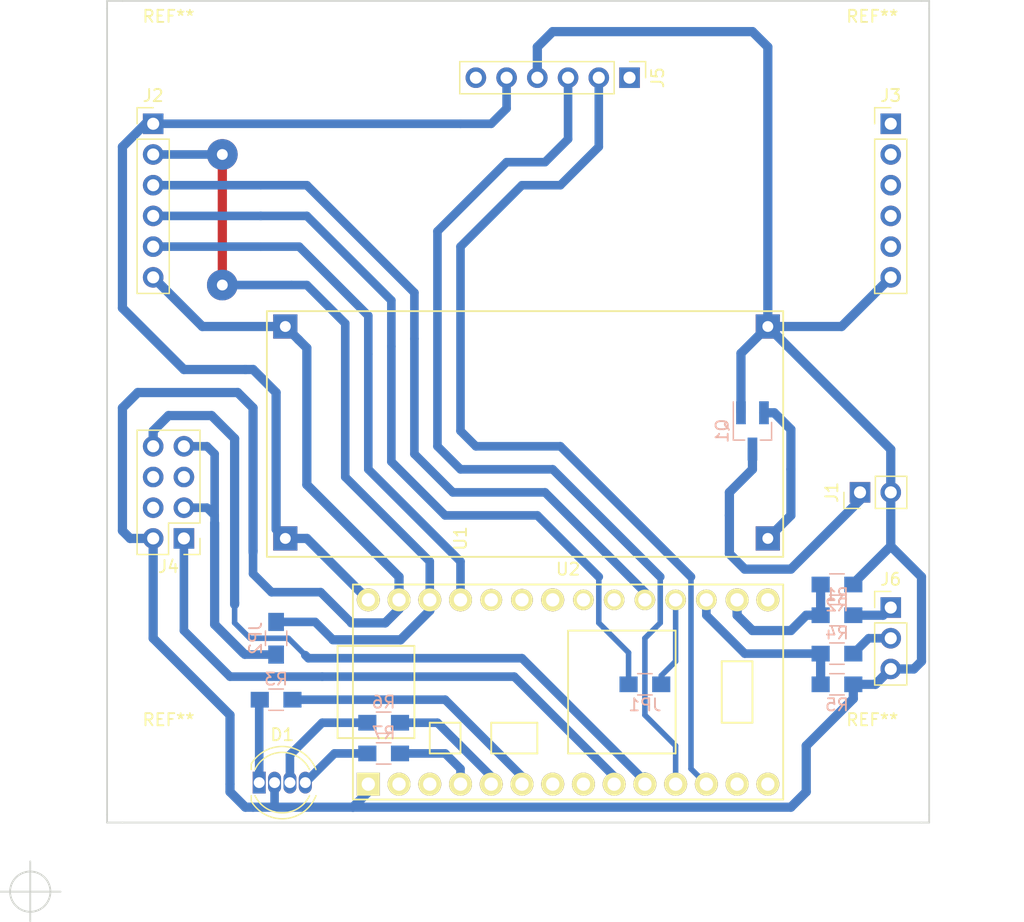
<source format=kicad_pcb>
(kicad_pcb (version 4) (host pcbnew 4.0.7)

  (general
    (links 43)
    (no_connects 1)
    (area 112.954999 40.564999 181.050001 108.660001)
    (thickness 1.6)
    (drawings 13)
    (tracks 225)
    (zones 0)
    (modules 23)
    (nets 46)
  )

  (page A4)
  (layers
    (0 F.Cu signal)
    (31 B.Cu signal)
    (32 B.Adhes user)
    (33 F.Adhes user)
    (34 B.Paste user)
    (35 F.Paste user)
    (36 B.SilkS user)
    (37 F.SilkS user)
    (38 B.Mask user)
    (39 F.Mask user)
    (40 Dwgs.User user)
    (41 Cmts.User user)
    (42 Eco1.User user)
    (43 Eco2.User user)
    (44 Edge.Cuts user)
    (45 Margin user)
    (46 B.CrtYd user)
    (47 F.CrtYd user)
    (48 B.Fab user)
    (49 F.Fab user)
  )

  (setup
    (last_trace_width 0.7112)
    (user_trace_width 0.4064)
    (user_trace_width 0.4572)
    (user_trace_width 0.508)
    (user_trace_width 0.5588)
    (user_trace_width 0.6096)
    (user_trace_width 0.6604)
    (user_trace_width 0.7112)
    (user_trace_width 0.762)
    (trace_clearance 0.2)
    (zone_clearance 0.508)
    (zone_45_only no)
    (trace_min 0.2)
    (segment_width 0.2)
    (edge_width 0.15)
    (via_size 0.6)
    (via_drill 0.4)
    (via_min_size 0.4)
    (via_min_drill 0.3)
    (user_via 1.27 0.9)
    (user_via 2.54 0.9)
    (uvia_size 0.3)
    (uvia_drill 0.1)
    (uvias_allowed no)
    (uvia_min_size 0.2)
    (uvia_min_drill 0.1)
    (pcb_text_width 0.3)
    (pcb_text_size 1.5 1.5)
    (mod_edge_width 0.15)
    (mod_text_size 1 1)
    (mod_text_width 0.15)
    (pad_size 1.524 1.524)
    (pad_drill 0.762)
    (pad_to_mask_clearance 0.2)
    (aux_axis_origin 106.68 114.3)
    (grid_origin 106.68 114.3)
    (visible_elements 7FFEFFFF)
    (pcbplotparams
      (layerselection 0x00000_80000000)
      (usegerberextensions false)
      (excludeedgelayer true)
      (linewidth 0.100000)
      (plotframeref false)
      (viasonmask false)
      (mode 1)
      (useauxorigin true)
      (hpglpennumber 1)
      (hpglpenspeed 20)
      (hpglpendiameter 15)
      (hpglpenoverlay 2)
      (psnegative false)
      (psa4output false)
      (plotreference true)
      (plotvalue true)
      (plotinvisibletext false)
      (padsonsilk false)
      (subtractmaskfromsilk false)
      (outputformat 1)
      (mirror false)
      (drillshape 0)
      (scaleselection 1)
      (outputdirectory gerber/))
  )

  (net 0 "")
  (net 1 "Net-(J1-Pad1)")
  (net 2 +5V)
  (net 3 +3V3)
  (net 4 /SDA)
  (net 5 /SCL)
  (net 6 /OE)
  (net 7 GND)
  (net 8 "Net-(J3-Pad2)")
  (net 9 "Net-(J3-Pad3)")
  (net 10 "Net-(J3-Pad4)")
  (net 11 "Net-(J3-Pad5)")
  (net 12 "Net-(Q1-Pad2)")
  (net 13 "Net-(U2-Pad20)")
  (net 14 "Net-(U2-Pad14)")
  (net 15 "Net-(U2-Pad25)")
  (net 16 "Net-(U2-Pad26)")
  (net 17 "Net-(U2-Pad27)")
  (net 18 "Net-(U2-Pad28)")
  (net 19 "Net-(U2-Pad29)")
  (net 20 "Net-(U2-Pad13)")
  (net 21 "Net-(U2-Pad8)")
  (net 22 "Net-(U2-Pad7)")
  (net 23 /ESP_TX)
  (net 24 "Net-(J4-Pad4)")
  (net 25 /ESP_RST)
  (net 26 "Net-(J4-Pad6)")
  (net 27 /ESP_RX)
  (net 28 /BT_STATE)
  (net 29 /BT_RX)
  (net 30 /BT_TX)
  (net 31 /BT_EN)
  (net 32 "Net-(D1-Pad1)")
  (net 33 "Net-(D1-Pad3)")
  (net 34 "Net-(D1-Pad4)")
  (net 35 "Net-(J6-Pad1)")
  (net 36 "Net-(J6-Pad2)")
  (net 37 /LIPO_CELL_0_V)
  (net 38 /LIPO_CELL_1_V)
  (net 39 /LED_0)
  (net 40 /LED_1)
  (net 41 /LED_2)
  (net 42 "Net-(U2-Pad3)")
  (net 43 "Net-(U2-Pad2)")
  (net 44 "Net-(JP1-Pad2)")
  (net 45 "Net-(J4-Pad3)")

  (net_class Default "This is the default net class."
    (clearance 0.2)
    (trace_width 0.25)
    (via_dia 0.6)
    (via_drill 0.4)
    (uvia_dia 0.3)
    (uvia_drill 0.1)
    (add_net +3V3)
    (add_net +5V)
    (add_net /BT_EN)
    (add_net /BT_RX)
    (add_net /BT_STATE)
    (add_net /BT_TX)
    (add_net /ESP_RST)
    (add_net /ESP_RX)
    (add_net /ESP_TX)
    (add_net /LED_0)
    (add_net /LED_1)
    (add_net /LED_2)
    (add_net /LIPO_CELL_0_V)
    (add_net /LIPO_CELL_1_V)
    (add_net /OE)
    (add_net /SCL)
    (add_net /SDA)
    (add_net GND)
    (add_net "Net-(D1-Pad1)")
    (add_net "Net-(D1-Pad3)")
    (add_net "Net-(D1-Pad4)")
    (add_net "Net-(J1-Pad1)")
    (add_net "Net-(J3-Pad2)")
    (add_net "Net-(J3-Pad3)")
    (add_net "Net-(J3-Pad4)")
    (add_net "Net-(J3-Pad5)")
    (add_net "Net-(J4-Pad3)")
    (add_net "Net-(J4-Pad4)")
    (add_net "Net-(J4-Pad6)")
    (add_net "Net-(J6-Pad1)")
    (add_net "Net-(J6-Pad2)")
    (add_net "Net-(JP1-Pad2)")
    (add_net "Net-(Q1-Pad2)")
    (add_net "Net-(U2-Pad13)")
    (add_net "Net-(U2-Pad14)")
    (add_net "Net-(U2-Pad2)")
    (add_net "Net-(U2-Pad20)")
    (add_net "Net-(U2-Pad25)")
    (add_net "Net-(U2-Pad26)")
    (add_net "Net-(U2-Pad27)")
    (add_net "Net-(U2-Pad28)")
    (add_net "Net-(U2-Pad29)")
    (add_net "Net-(U2-Pad3)")
    (add_net "Net-(U2-Pad7)")
    (add_net "Net-(U2-Pad8)")
  )

  (module Pin_Headers:Pin_Header_Straight_1x02_Pitch2.54mm (layer F.Cu) (tedit 59650532) (tstamp 5A0200E3)
    (at 175.26 81.28 90)
    (descr "Through hole straight pin header, 1x02, 2.54mm pitch, single row")
    (tags "Through hole pin header THT 1x02 2.54mm single row")
    (path /5A01E87D)
    (fp_text reference J1 (at 0 -2.33 90) (layer F.SilkS)
      (effects (font (size 1 1) (thickness 0.15)))
    )
    (fp_text value Conn_01x02 (at 0 4.87 90) (layer F.Fab)
      (effects (font (size 1 1) (thickness 0.15)))
    )
    (fp_line (start -0.635 -1.27) (end 1.27 -1.27) (layer F.Fab) (width 0.1))
    (fp_line (start 1.27 -1.27) (end 1.27 3.81) (layer F.Fab) (width 0.1))
    (fp_line (start 1.27 3.81) (end -1.27 3.81) (layer F.Fab) (width 0.1))
    (fp_line (start -1.27 3.81) (end -1.27 -0.635) (layer F.Fab) (width 0.1))
    (fp_line (start -1.27 -0.635) (end -0.635 -1.27) (layer F.Fab) (width 0.1))
    (fp_line (start -1.33 3.87) (end 1.33 3.87) (layer F.SilkS) (width 0.12))
    (fp_line (start -1.33 1.27) (end -1.33 3.87) (layer F.SilkS) (width 0.12))
    (fp_line (start 1.33 1.27) (end 1.33 3.87) (layer F.SilkS) (width 0.12))
    (fp_line (start -1.33 1.27) (end 1.33 1.27) (layer F.SilkS) (width 0.12))
    (fp_line (start -1.33 0) (end -1.33 -1.33) (layer F.SilkS) (width 0.12))
    (fp_line (start -1.33 -1.33) (end 0 -1.33) (layer F.SilkS) (width 0.12))
    (fp_line (start -1.8 -1.8) (end -1.8 4.35) (layer F.CrtYd) (width 0.05))
    (fp_line (start -1.8 4.35) (end 1.8 4.35) (layer F.CrtYd) (width 0.05))
    (fp_line (start 1.8 4.35) (end 1.8 -1.8) (layer F.CrtYd) (width 0.05))
    (fp_line (start 1.8 -1.8) (end -1.8 -1.8) (layer F.CrtYd) (width 0.05))
    (fp_text user %R (at 0 1.27 180) (layer F.Fab)
      (effects (font (size 1 1) (thickness 0.15)))
    )
    (pad 1 thru_hole rect (at 0 0 90) (size 1.7 1.7) (drill 1) (layers *.Cu *.Mask)
      (net 1 "Net-(J1-Pad1)"))
    (pad 2 thru_hole oval (at 0 2.54 90) (size 1.7 1.7) (drill 1) (layers *.Cu *.Mask)
      (net 7 GND))
    (model ${KISYS3DMOD}/Pin_Headers.3dshapes/Pin_Header_Straight_1x02_Pitch2.54mm.wrl
      (at (xyz 0 0 0))
      (scale (xyz 1 1 1))
      (rotate (xyz 0 0 0))
    )
  )

  (module Pin_Headers:Pin_Header_Straight_1x06_Pitch2.54mm (layer F.Cu) (tedit 59650532) (tstamp 5A0200ED)
    (at 116.84 50.8)
    (descr "Through hole straight pin header, 1x06, 2.54mm pitch, single row")
    (tags "Through hole pin header THT 1x06 2.54mm single row")
    (path /5A01EE01)
    (fp_text reference J2 (at 0 -2.33) (layer F.SilkS)
      (effects (font (size 1 1) (thickness 0.15)))
    )
    (fp_text value Conn_01x06 (at 0 15.03) (layer F.Fab)
      (effects (font (size 1 1) (thickness 0.15)))
    )
    (fp_line (start -0.635 -1.27) (end 1.27 -1.27) (layer F.Fab) (width 0.1))
    (fp_line (start 1.27 -1.27) (end 1.27 13.97) (layer F.Fab) (width 0.1))
    (fp_line (start 1.27 13.97) (end -1.27 13.97) (layer F.Fab) (width 0.1))
    (fp_line (start -1.27 13.97) (end -1.27 -0.635) (layer F.Fab) (width 0.1))
    (fp_line (start -1.27 -0.635) (end -0.635 -1.27) (layer F.Fab) (width 0.1))
    (fp_line (start -1.33 14.03) (end 1.33 14.03) (layer F.SilkS) (width 0.12))
    (fp_line (start -1.33 1.27) (end -1.33 14.03) (layer F.SilkS) (width 0.12))
    (fp_line (start 1.33 1.27) (end 1.33 14.03) (layer F.SilkS) (width 0.12))
    (fp_line (start -1.33 1.27) (end 1.33 1.27) (layer F.SilkS) (width 0.12))
    (fp_line (start -1.33 0) (end -1.33 -1.33) (layer F.SilkS) (width 0.12))
    (fp_line (start -1.33 -1.33) (end 0 -1.33) (layer F.SilkS) (width 0.12))
    (fp_line (start -1.8 -1.8) (end -1.8 14.5) (layer F.CrtYd) (width 0.05))
    (fp_line (start -1.8 14.5) (end 1.8 14.5) (layer F.CrtYd) (width 0.05))
    (fp_line (start 1.8 14.5) (end 1.8 -1.8) (layer F.CrtYd) (width 0.05))
    (fp_line (start 1.8 -1.8) (end -1.8 -1.8) (layer F.CrtYd) (width 0.05))
    (fp_text user %R (at 0 6.35 90) (layer F.Fab)
      (effects (font (size 1 1) (thickness 0.15)))
    )
    (pad 1 thru_hole rect (at 0 0) (size 1.7 1.7) (drill 1) (layers *.Cu *.Mask)
      (net 2 +5V))
    (pad 2 thru_hole oval (at 0 2.54) (size 1.7 1.7) (drill 1) (layers *.Cu *.Mask)
      (net 3 +3V3))
    (pad 3 thru_hole oval (at 0 5.08) (size 1.7 1.7) (drill 1) (layers *.Cu *.Mask)
      (net 4 /SDA))
    (pad 4 thru_hole oval (at 0 7.62) (size 1.7 1.7) (drill 1) (layers *.Cu *.Mask)
      (net 5 /SCL))
    (pad 5 thru_hole oval (at 0 10.16) (size 1.7 1.7) (drill 1) (layers *.Cu *.Mask)
      (net 6 /OE))
    (pad 6 thru_hole oval (at 0 12.7) (size 1.7 1.7) (drill 1) (layers *.Cu *.Mask)
      (net 7 GND))
    (model ${KISYS3DMOD}/Pin_Headers.3dshapes/Pin_Header_Straight_1x06_Pitch2.54mm.wrl
      (at (xyz 0 0 0))
      (scale (xyz 1 1 1))
      (rotate (xyz 0 0 0))
    )
  )

  (module Pin_Headers:Pin_Header_Straight_1x06_Pitch2.54mm (layer F.Cu) (tedit 59650532) (tstamp 5A0200F7)
    (at 177.8 50.8)
    (descr "Through hole straight pin header, 1x06, 2.54mm pitch, single row")
    (tags "Through hole pin header THT 1x06 2.54mm single row")
    (path /5A01EE38)
    (fp_text reference J3 (at 0 -2.33) (layer F.SilkS)
      (effects (font (size 1 1) (thickness 0.15)))
    )
    (fp_text value Conn_01x06 (at 0 15.03) (layer F.Fab)
      (effects (font (size 1 1) (thickness 0.15)))
    )
    (fp_line (start -0.635 -1.27) (end 1.27 -1.27) (layer F.Fab) (width 0.1))
    (fp_line (start 1.27 -1.27) (end 1.27 13.97) (layer F.Fab) (width 0.1))
    (fp_line (start 1.27 13.97) (end -1.27 13.97) (layer F.Fab) (width 0.1))
    (fp_line (start -1.27 13.97) (end -1.27 -0.635) (layer F.Fab) (width 0.1))
    (fp_line (start -1.27 -0.635) (end -0.635 -1.27) (layer F.Fab) (width 0.1))
    (fp_line (start -1.33 14.03) (end 1.33 14.03) (layer F.SilkS) (width 0.12))
    (fp_line (start -1.33 1.27) (end -1.33 14.03) (layer F.SilkS) (width 0.12))
    (fp_line (start 1.33 1.27) (end 1.33 14.03) (layer F.SilkS) (width 0.12))
    (fp_line (start -1.33 1.27) (end 1.33 1.27) (layer F.SilkS) (width 0.12))
    (fp_line (start -1.33 0) (end -1.33 -1.33) (layer F.SilkS) (width 0.12))
    (fp_line (start -1.33 -1.33) (end 0 -1.33) (layer F.SilkS) (width 0.12))
    (fp_line (start -1.8 -1.8) (end -1.8 14.5) (layer F.CrtYd) (width 0.05))
    (fp_line (start -1.8 14.5) (end 1.8 14.5) (layer F.CrtYd) (width 0.05))
    (fp_line (start 1.8 14.5) (end 1.8 -1.8) (layer F.CrtYd) (width 0.05))
    (fp_line (start 1.8 -1.8) (end -1.8 -1.8) (layer F.CrtYd) (width 0.05))
    (fp_text user %R (at 0 6.35 90) (layer F.Fab)
      (effects (font (size 1 1) (thickness 0.15)))
    )
    (pad 1 thru_hole rect (at 0 0) (size 1.7 1.7) (drill 1) (layers *.Cu *.Mask)
      (net 2 +5V))
    (pad 2 thru_hole oval (at 0 2.54) (size 1.7 1.7) (drill 1) (layers *.Cu *.Mask)
      (net 8 "Net-(J3-Pad2)"))
    (pad 3 thru_hole oval (at 0 5.08) (size 1.7 1.7) (drill 1) (layers *.Cu *.Mask)
      (net 9 "Net-(J3-Pad3)"))
    (pad 4 thru_hole oval (at 0 7.62) (size 1.7 1.7) (drill 1) (layers *.Cu *.Mask)
      (net 10 "Net-(J3-Pad4)"))
    (pad 5 thru_hole oval (at 0 10.16) (size 1.7 1.7) (drill 1) (layers *.Cu *.Mask)
      (net 11 "Net-(J3-Pad5)"))
    (pad 6 thru_hole oval (at 0 12.7) (size 1.7 1.7) (drill 1) (layers *.Cu *.Mask)
      (net 7 GND))
    (model ${KISYS3DMOD}/Pin_Headers.3dshapes/Pin_Header_Straight_1x06_Pitch2.54mm.wrl
      (at (xyz 0 0 0))
      (scale (xyz 1 1 1))
      (rotate (xyz 0 0 0))
    )
  )

  (module TO_SOT_Packages_SMD:SOT-23_Handsoldering (layer B.Cu) (tedit 58CE4E7E) (tstamp 5A0200FE)
    (at 166.37 76.2 270)
    (descr "SOT-23, Handsoldering")
    (tags SOT-23)
    (path /5A01E81B)
    (attr smd)
    (fp_text reference Q1 (at 0 2.5 270) (layer B.SilkS)
      (effects (font (size 1 1) (thickness 0.15)) (justify mirror))
    )
    (fp_text value Q_PMOS_GSD (at 0 -2.5 270) (layer B.Fab)
      (effects (font (size 1 1) (thickness 0.15)) (justify mirror))
    )
    (fp_text user %R (at 0 0 540) (layer B.Fab)
      (effects (font (size 0.5 0.5) (thickness 0.075)) (justify mirror))
    )
    (fp_line (start 0.76 -1.58) (end 0.76 -0.65) (layer B.SilkS) (width 0.12))
    (fp_line (start 0.76 1.58) (end 0.76 0.65) (layer B.SilkS) (width 0.12))
    (fp_line (start -2.7 1.75) (end 2.7 1.75) (layer B.CrtYd) (width 0.05))
    (fp_line (start 2.7 1.75) (end 2.7 -1.75) (layer B.CrtYd) (width 0.05))
    (fp_line (start 2.7 -1.75) (end -2.7 -1.75) (layer B.CrtYd) (width 0.05))
    (fp_line (start -2.7 -1.75) (end -2.7 1.75) (layer B.CrtYd) (width 0.05))
    (fp_line (start 0.76 1.58) (end -2.4 1.58) (layer B.SilkS) (width 0.12))
    (fp_line (start -0.7 0.95) (end -0.7 -1.5) (layer B.Fab) (width 0.1))
    (fp_line (start -0.15 1.52) (end 0.7 1.52) (layer B.Fab) (width 0.1))
    (fp_line (start -0.7 0.95) (end -0.15 1.52) (layer B.Fab) (width 0.1))
    (fp_line (start 0.7 1.52) (end 0.7 -1.52) (layer B.Fab) (width 0.1))
    (fp_line (start -0.7 -1.52) (end 0.7 -1.52) (layer B.Fab) (width 0.1))
    (fp_line (start 0.76 -1.58) (end -0.7 -1.58) (layer B.SilkS) (width 0.12))
    (pad 1 smd rect (at -1.5 0.95 270) (size 1.9 0.8) (layers B.Cu B.Paste B.Mask)
      (net 7 GND))
    (pad 2 smd rect (at -1.5 -0.95 270) (size 1.9 0.8) (layers B.Cu B.Paste B.Mask)
      (net 12 "Net-(Q1-Pad2)"))
    (pad 3 smd rect (at 1.5 0 270) (size 1.9 0.8) (layers B.Cu B.Paste B.Mask)
      (net 1 "Net-(J1-Pad1)"))
    (model ${KISYS3DMOD}/TO_SOT_Packages_SMD.3dshapes\SOT-23.wrl
      (at (xyz 0 0 0))
      (scale (xyz 1 1 1))
      (rotate (xyz 0 0 0))
    )
  )

  (module delta_walker_fp:LM2596-MOD (layer F.Cu) (tedit 5A01E636) (tstamp 5A02010B)
    (at 158.75 74.93 270)
    (path /5A01E6C4)
    (fp_text reference U1 (at 10.16 16.51 270) (layer F.SilkS)
      (effects (font (size 1 1) (thickness 0.15)))
    )
    (fp_text value LM2596-MOD (at 3.81 -12.7 270) (layer F.Fab)
      (effects (font (size 1 1) (thickness 0.15)))
    )
    (fp_line (start -8.636 -10.16) (end -8.636 32.004) (layer F.SilkS) (width 0.15))
    (fp_line (start -8.636 32.004) (end -8.636 32.512) (layer F.SilkS) (width 0.15))
    (fp_line (start -8.636 32.512) (end 11.684 32.512) (layer F.SilkS) (width 0.15))
    (fp_line (start 11.684 32.512) (end 11.684 -10.16) (layer F.SilkS) (width 0.15))
    (fp_line (start 11.684 -10.16) (end -8.636 -10.16) (layer F.SilkS) (width 0.15))
    (pad 1 thru_hole rect (at 10.16 -8.89 270) (size 2 2) (drill 0.9) (layers *.Cu *.Mask)
      (net 12 "Net-(Q1-Pad2)"))
    (pad 2 thru_hole rect (at -7.366 -8.89 270) (size 2 2) (drill 0.9) (layers *.Cu *.Mask)
      (net 7 GND))
    (pad 3 thru_hole rect (at 10.16 30.988 270) (size 2 2) (drill 0.9) (layers *.Cu *.Mask)
      (net 2 +5V))
    (pad 4 thru_hole rect (at -7.366 30.988 270) (size 2 2) (drill 0.9) (layers *.Cu *.Mask)
      (net 7 GND))
  )

  (module Mounting_Holes:MountingHole_3.2mm_M3_DIN965 (layer F.Cu) (tedit 56D1B4CB) (tstamp 5A0201AA)
    (at 176.276 45.72)
    (descr "Mounting Hole 3.2mm, no annular, M3, DIN965")
    (tags "mounting hole 3.2mm no annular m3 din965")
    (attr virtual)
    (fp_text reference REF** (at 0 -3.8) (layer F.SilkS)
      (effects (font (size 1 1) (thickness 0.15)))
    )
    (fp_text value MountingHole_3.2mm_M3_DIN965 (at 0 3.8) (layer F.Fab)
      (effects (font (size 1 1) (thickness 0.15)))
    )
    (fp_text user %R (at 0.3 0) (layer F.Fab)
      (effects (font (size 1 1) (thickness 0.15)))
    )
    (fp_circle (center 0 0) (end 2.8 0) (layer Cmts.User) (width 0.15))
    (fp_circle (center 0 0) (end 3.05 0) (layer F.CrtYd) (width 0.05))
    (pad 1 np_thru_hole circle (at 0 0) (size 3.2 3.2) (drill 3.2) (layers *.Cu *.Mask))
  )

  (module Mounting_Holes:MountingHole_3.2mm_M3_DIN965 (layer F.Cu) (tedit 56D1B4CB) (tstamp 5A0201AD)
    (at 176.276 103.886)
    (descr "Mounting Hole 3.2mm, no annular, M3, DIN965")
    (tags "mounting hole 3.2mm no annular m3 din965")
    (attr virtual)
    (fp_text reference REF** (at 0 -3.8) (layer F.SilkS)
      (effects (font (size 1 1) (thickness 0.15)))
    )
    (fp_text value MountingHole_3.2mm_M3_DIN965 (at 0 3.8) (layer F.Fab)
      (effects (font (size 1 1) (thickness 0.15)))
    )
    (fp_text user %R (at 0.3 0) (layer F.Fab)
      (effects (font (size 1 1) (thickness 0.15)))
    )
    (fp_circle (center 0 0) (end 2.8 0) (layer Cmts.User) (width 0.15))
    (fp_circle (center 0 0) (end 3.05 0) (layer F.CrtYd) (width 0.05))
    (pad 1 np_thru_hole circle (at 0 0) (size 3.2 3.2) (drill 3.2) (layers *.Cu *.Mask))
  )

  (module Mounting_Holes:MountingHole_3.2mm_M3_DIN965 (layer F.Cu) (tedit 56D1B4CB) (tstamp 5A0201AF)
    (at 118.11 45.72)
    (descr "Mounting Hole 3.2mm, no annular, M3, DIN965")
    (tags "mounting hole 3.2mm no annular m3 din965")
    (attr virtual)
    (fp_text reference REF** (at 0 -3.8) (layer F.SilkS)
      (effects (font (size 1 1) (thickness 0.15)))
    )
    (fp_text value MountingHole_3.2mm_M3_DIN965 (at 0 3.8) (layer F.Fab)
      (effects (font (size 1 1) (thickness 0.15)))
    )
    (fp_text user %R (at 0.3 0) (layer F.Fab)
      (effects (font (size 1 1) (thickness 0.15)))
    )
    (fp_circle (center 0 0) (end 2.8 0) (layer Cmts.User) (width 0.15))
    (fp_circle (center 0 0) (end 3.05 0) (layer F.CrtYd) (width 0.05))
    (pad 1 np_thru_hole circle (at 0 0) (size 3.2 3.2) (drill 3.2) (layers *.Cu *.Mask))
  )

  (module Mounting_Holes:MountingHole_3.2mm_M3_DIN965 (layer F.Cu) (tedit 56D1B4CB) (tstamp 5A0201B1)
    (at 118.11 103.886)
    (descr "Mounting Hole 3.2mm, no annular, M3, DIN965")
    (tags "mounting hole 3.2mm no annular m3 din965")
    (attr virtual)
    (fp_text reference REF** (at 0 -3.8) (layer F.SilkS)
      (effects (font (size 1 1) (thickness 0.15)))
    )
    (fp_text value MountingHole_3.2mm_M3_DIN965 (at 0 3.8) (layer F.Fab)
      (effects (font (size 1 1) (thickness 0.15)))
    )
    (fp_text user %R (at 0.3 0) (layer F.Fab)
      (effects (font (size 1 1) (thickness 0.15)))
    )
    (fp_circle (center 0 0) (end 2.8 0) (layer Cmts.User) (width 0.15))
    (fp_circle (center 0 0) (end 3.05 0) (layer F.CrtYd) (width 0.05))
    (pad 1 np_thru_hole circle (at 0 0) (size 3.2 3.2) (drill 3.2) (layers *.Cu *.Mask))
  )

  (module Pin_Headers:Pin_Header_Straight_2x04_Pitch2.54mm (layer F.Cu) (tedit 59650532) (tstamp 5A021415)
    (at 119.38 85.09 180)
    (descr "Through hole straight pin header, 2x04, 2.54mm pitch, double rows")
    (tags "Through hole pin header THT 2x04 2.54mm double row")
    (path /5A02167E)
    (fp_text reference J4 (at 1.27 -2.33 180) (layer F.SilkS)
      (effects (font (size 1 1) (thickness 0.15)))
    )
    (fp_text value Conn_02x04_Odd_Even (at 1.27 9.95 180) (layer F.Fab)
      (effects (font (size 1 1) (thickness 0.15)))
    )
    (fp_line (start 0 -1.27) (end 3.81 -1.27) (layer F.Fab) (width 0.1))
    (fp_line (start 3.81 -1.27) (end 3.81 8.89) (layer F.Fab) (width 0.1))
    (fp_line (start 3.81 8.89) (end -1.27 8.89) (layer F.Fab) (width 0.1))
    (fp_line (start -1.27 8.89) (end -1.27 0) (layer F.Fab) (width 0.1))
    (fp_line (start -1.27 0) (end 0 -1.27) (layer F.Fab) (width 0.1))
    (fp_line (start -1.33 8.95) (end 3.87 8.95) (layer F.SilkS) (width 0.12))
    (fp_line (start -1.33 1.27) (end -1.33 8.95) (layer F.SilkS) (width 0.12))
    (fp_line (start 3.87 -1.33) (end 3.87 8.95) (layer F.SilkS) (width 0.12))
    (fp_line (start -1.33 1.27) (end 1.27 1.27) (layer F.SilkS) (width 0.12))
    (fp_line (start 1.27 1.27) (end 1.27 -1.33) (layer F.SilkS) (width 0.12))
    (fp_line (start 1.27 -1.33) (end 3.87 -1.33) (layer F.SilkS) (width 0.12))
    (fp_line (start -1.33 0) (end -1.33 -1.33) (layer F.SilkS) (width 0.12))
    (fp_line (start -1.33 -1.33) (end 0 -1.33) (layer F.SilkS) (width 0.12))
    (fp_line (start -1.8 -1.8) (end -1.8 9.4) (layer F.CrtYd) (width 0.05))
    (fp_line (start -1.8 9.4) (end 4.35 9.4) (layer F.CrtYd) (width 0.05))
    (fp_line (start 4.35 9.4) (end 4.35 -1.8) (layer F.CrtYd) (width 0.05))
    (fp_line (start 4.35 -1.8) (end -1.8 -1.8) (layer F.CrtYd) (width 0.05))
    (fp_text user %R (at 1.27 3.81 270) (layer F.Fab)
      (effects (font (size 1 1) (thickness 0.15)))
    )
    (pad 1 thru_hole rect (at 0 0 180) (size 1.7 1.7) (drill 1) (layers *.Cu *.Mask)
      (net 23 /ESP_TX))
    (pad 2 thru_hole oval (at 2.54 0 180) (size 1.7 1.7) (drill 1) (layers *.Cu *.Mask)
      (net 7 GND))
    (pad 3 thru_hole oval (at 0 2.54 180) (size 1.7 1.7) (drill 1) (layers *.Cu *.Mask)
      (net 45 "Net-(J4-Pad3)"))
    (pad 4 thru_hole oval (at 2.54 2.54 180) (size 1.7 1.7) (drill 1) (layers *.Cu *.Mask)
      (net 24 "Net-(J4-Pad4)"))
    (pad 5 thru_hole oval (at 0 5.08 180) (size 1.7 1.7) (drill 1) (layers *.Cu *.Mask)
      (net 25 /ESP_RST))
    (pad 6 thru_hole oval (at 2.54 5.08 180) (size 1.7 1.7) (drill 1) (layers *.Cu *.Mask)
      (net 26 "Net-(J4-Pad6)"))
    (pad 7 thru_hole oval (at 0 7.62 180) (size 1.7 1.7) (drill 1) (layers *.Cu *.Mask)
      (net 45 "Net-(J4-Pad3)"))
    (pad 8 thru_hole oval (at 2.54 7.62 180) (size 1.7 1.7) (drill 1) (layers *.Cu *.Mask)
      (net 27 /ESP_RX))
    (model ${KISYS3DMOD}/Pin_Headers.3dshapes/Pin_Header_Straight_2x04_Pitch2.54mm.wrl
      (at (xyz 0 0 0))
      (scale (xyz 1 1 1))
      (rotate (xyz 0 0 0))
    )
  )

  (module Pin_Headers:Pin_Header_Straight_1x06_Pitch2.54mm (layer F.Cu) (tedit 59650532) (tstamp 5A02141F)
    (at 156.21 46.99 270)
    (descr "Through hole straight pin header, 1x06, 2.54mm pitch, single row")
    (tags "Through hole pin header THT 1x06 2.54mm single row")
    (path /5A020C06)
    (fp_text reference J5 (at 0 -2.33 270) (layer F.SilkS)
      (effects (font (size 1 1) (thickness 0.15)))
    )
    (fp_text value Conn_01x06 (at 0 15.03 270) (layer F.Fab)
      (effects (font (size 1 1) (thickness 0.15)))
    )
    (fp_line (start -0.635 -1.27) (end 1.27 -1.27) (layer F.Fab) (width 0.1))
    (fp_line (start 1.27 -1.27) (end 1.27 13.97) (layer F.Fab) (width 0.1))
    (fp_line (start 1.27 13.97) (end -1.27 13.97) (layer F.Fab) (width 0.1))
    (fp_line (start -1.27 13.97) (end -1.27 -0.635) (layer F.Fab) (width 0.1))
    (fp_line (start -1.27 -0.635) (end -0.635 -1.27) (layer F.Fab) (width 0.1))
    (fp_line (start -1.33 14.03) (end 1.33 14.03) (layer F.SilkS) (width 0.12))
    (fp_line (start -1.33 1.27) (end -1.33 14.03) (layer F.SilkS) (width 0.12))
    (fp_line (start 1.33 1.27) (end 1.33 14.03) (layer F.SilkS) (width 0.12))
    (fp_line (start -1.33 1.27) (end 1.33 1.27) (layer F.SilkS) (width 0.12))
    (fp_line (start -1.33 0) (end -1.33 -1.33) (layer F.SilkS) (width 0.12))
    (fp_line (start -1.33 -1.33) (end 0 -1.33) (layer F.SilkS) (width 0.12))
    (fp_line (start -1.8 -1.8) (end -1.8 14.5) (layer F.CrtYd) (width 0.05))
    (fp_line (start -1.8 14.5) (end 1.8 14.5) (layer F.CrtYd) (width 0.05))
    (fp_line (start 1.8 14.5) (end 1.8 -1.8) (layer F.CrtYd) (width 0.05))
    (fp_line (start 1.8 -1.8) (end -1.8 -1.8) (layer F.CrtYd) (width 0.05))
    (fp_text user %R (at 0 6.35 360) (layer F.Fab)
      (effects (font (size 1 1) (thickness 0.15)))
    )
    (pad 1 thru_hole rect (at 0 0 270) (size 1.7 1.7) (drill 1) (layers *.Cu *.Mask)
      (net 28 /BT_STATE))
    (pad 2 thru_hole oval (at 0 2.54 270) (size 1.7 1.7) (drill 1) (layers *.Cu *.Mask)
      (net 29 /BT_RX))
    (pad 3 thru_hole oval (at 0 5.08 270) (size 1.7 1.7) (drill 1) (layers *.Cu *.Mask)
      (net 30 /BT_TX))
    (pad 4 thru_hole oval (at 0 7.62 270) (size 1.7 1.7) (drill 1) (layers *.Cu *.Mask)
      (net 7 GND))
    (pad 5 thru_hole oval (at 0 10.16 270) (size 1.7 1.7) (drill 1) (layers *.Cu *.Mask)
      (net 2 +5V))
    (pad 6 thru_hole oval (at 0 12.7 270) (size 1.7 1.7) (drill 1) (layers *.Cu *.Mask)
      (net 31 /BT_EN))
    (model ${KISYS3DMOD}/Pin_Headers.3dshapes/Pin_Header_Straight_1x06_Pitch2.54mm.wrl
      (at (xyz 0 0 0))
      (scale (xyz 1 1 1))
      (rotate (xyz 0 0 0))
    )
  )

  (module LEDs:LED_D5.0mm-4 (layer F.Cu) (tedit 587A3A7B) (tstamp 5A021E9A)
    (at 125.603 105.283)
    (descr "LED, diameter 5.0mm, 2 pins, diameter 5.0mm, 3 pins, diameter 5.0mm, 4 pins, http://www.kingbright.com/attachments/file/psearch/000/00/00/L-154A4SUREQBFZGEW(Ver.9A).pdf")
    (tags "LED diameter 5.0mm 2 pins diameter 5.0mm 3 pins diameter 5.0mm 4 pins")
    (path /5A0219F4)
    (fp_text reference D1 (at 1.905 -3.96) (layer F.SilkS)
      (effects (font (size 1 1) (thickness 0.15)))
    )
    (fp_text value LED_RCGB (at 1.905 3.96) (layer F.Fab)
      (effects (font (size 1 1) (thickness 0.15)))
    )
    (fp_arc (start 1.905 0) (end -0.595 -1.469694) (angle 299.1) (layer F.Fab) (width 0.1))
    (fp_arc (start 1.905 0) (end -0.655 -1.54483) (angle 127.7) (layer F.SilkS) (width 0.12))
    (fp_arc (start 1.905 0) (end -0.655 1.54483) (angle -127.7) (layer F.SilkS) (width 0.12))
    (fp_arc (start 1.905 0) (end -0.349684 -1.08) (angle 128.8) (layer F.SilkS) (width 0.12))
    (fp_arc (start 1.905 0) (end -0.349684 1.08) (angle -128.8) (layer F.SilkS) (width 0.12))
    (fp_circle (center 1.905 0) (end 4.405 0) (layer F.Fab) (width 0.1))
    (fp_line (start -0.595 -1.469694) (end -0.595 1.469694) (layer F.Fab) (width 0.1))
    (fp_line (start -0.655 -1.545) (end -0.655 -1.08) (layer F.SilkS) (width 0.12))
    (fp_line (start -0.655 1.08) (end -0.655 1.545) (layer F.SilkS) (width 0.12))
    (fp_line (start -1.35 -3.25) (end -1.35 3.25) (layer F.CrtYd) (width 0.05))
    (fp_line (start -1.35 3.25) (end 5.15 3.25) (layer F.CrtYd) (width 0.05))
    (fp_line (start 5.15 3.25) (end 5.15 -3.25) (layer F.CrtYd) (width 0.05))
    (fp_line (start 5.15 -3.25) (end -1.35 -3.25) (layer F.CrtYd) (width 0.05))
    (pad 1 thru_hole rect (at 0 0) (size 1.07 1.8) (drill 0.9) (layers *.Cu *.Mask)
      (net 32 "Net-(D1-Pad1)"))
    (pad 2 thru_hole oval (at 1.27 0) (size 1.07 1.8) (drill 0.9) (layers *.Cu *.Mask)
      (net 7 GND))
    (pad 3 thru_hole oval (at 2.54 0) (size 1.07 1.8) (drill 0.9) (layers *.Cu *.Mask)
      (net 33 "Net-(D1-Pad3)"))
    (pad 4 thru_hole oval (at 3.81 0) (size 1.07 1.8) (drill 0.9) (layers *.Cu *.Mask)
      (net 34 "Net-(D1-Pad4)"))
    (model ${KISYS3DMOD}/LEDs.3dshapes/LED_D5.0mm-4.wrl
      (at (xyz 0 0 0))
      (scale (xyz 0.393701 0.393701 0.393701))
      (rotate (xyz 0 0 0))
    )
  )

  (module Pin_Headers:Pin_Header_Straight_1x03_Pitch2.54mm (layer F.Cu) (tedit 59650532) (tstamp 5A021EA1)
    (at 177.8 90.805)
    (descr "Through hole straight pin header, 1x03, 2.54mm pitch, single row")
    (tags "Through hole pin header THT 1x03 2.54mm single row")
    (path /5A021D00)
    (fp_text reference J6 (at 0 -2.33) (layer F.SilkS)
      (effects (font (size 1 1) (thickness 0.15)))
    )
    (fp_text value Conn_01x03 (at 0 7.41) (layer F.Fab)
      (effects (font (size 1 1) (thickness 0.15)))
    )
    (fp_line (start -0.635 -1.27) (end 1.27 -1.27) (layer F.Fab) (width 0.1))
    (fp_line (start 1.27 -1.27) (end 1.27 6.35) (layer F.Fab) (width 0.1))
    (fp_line (start 1.27 6.35) (end -1.27 6.35) (layer F.Fab) (width 0.1))
    (fp_line (start -1.27 6.35) (end -1.27 -0.635) (layer F.Fab) (width 0.1))
    (fp_line (start -1.27 -0.635) (end -0.635 -1.27) (layer F.Fab) (width 0.1))
    (fp_line (start -1.33 6.41) (end 1.33 6.41) (layer F.SilkS) (width 0.12))
    (fp_line (start -1.33 1.27) (end -1.33 6.41) (layer F.SilkS) (width 0.12))
    (fp_line (start 1.33 1.27) (end 1.33 6.41) (layer F.SilkS) (width 0.12))
    (fp_line (start -1.33 1.27) (end 1.33 1.27) (layer F.SilkS) (width 0.12))
    (fp_line (start -1.33 0) (end -1.33 -1.33) (layer F.SilkS) (width 0.12))
    (fp_line (start -1.33 -1.33) (end 0 -1.33) (layer F.SilkS) (width 0.12))
    (fp_line (start -1.8 -1.8) (end -1.8 6.85) (layer F.CrtYd) (width 0.05))
    (fp_line (start -1.8 6.85) (end 1.8 6.85) (layer F.CrtYd) (width 0.05))
    (fp_line (start 1.8 6.85) (end 1.8 -1.8) (layer F.CrtYd) (width 0.05))
    (fp_line (start 1.8 -1.8) (end -1.8 -1.8) (layer F.CrtYd) (width 0.05))
    (fp_text user %R (at 0 2.54 90) (layer F.Fab)
      (effects (font (size 1 1) (thickness 0.15)))
    )
    (pad 1 thru_hole rect (at 0 0) (size 1.7 1.7) (drill 1) (layers *.Cu *.Mask)
      (net 35 "Net-(J6-Pad1)"))
    (pad 2 thru_hole oval (at 0 2.54) (size 1.7 1.7) (drill 1) (layers *.Cu *.Mask)
      (net 36 "Net-(J6-Pad2)"))
    (pad 3 thru_hole oval (at 0 5.08) (size 1.7 1.7) (drill 1) (layers *.Cu *.Mask)
      (net 7 GND))
    (model ${KISYS3DMOD}/Pin_Headers.3dshapes/Pin_Header_Straight_1x03_Pitch2.54mm.wrl
      (at (xyz 0 0 0))
      (scale (xyz 1 1 1))
      (rotate (xyz 0 0 0))
    )
  )

  (module Resistors_SMD:R_0805_HandSoldering (layer B.Cu) (tedit 58E0A804) (tstamp 5A021EA7)
    (at 173.355 91.44 180)
    (descr "Resistor SMD 0805, hand soldering")
    (tags "resistor 0805")
    (path /5A021D5B)
    (attr smd)
    (fp_text reference R1 (at 0 1.7 180) (layer B.SilkS)
      (effects (font (size 1 1) (thickness 0.15)) (justify mirror))
    )
    (fp_text value R (at 0 -1.75 180) (layer B.Fab)
      (effects (font (size 1 1) (thickness 0.15)) (justify mirror))
    )
    (fp_text user %R (at 0 0 180) (layer B.Fab)
      (effects (font (size 0.5 0.5) (thickness 0.075)) (justify mirror))
    )
    (fp_line (start -1 -0.62) (end -1 0.62) (layer B.Fab) (width 0.1))
    (fp_line (start 1 -0.62) (end -1 -0.62) (layer B.Fab) (width 0.1))
    (fp_line (start 1 0.62) (end 1 -0.62) (layer B.Fab) (width 0.1))
    (fp_line (start -1 0.62) (end 1 0.62) (layer B.Fab) (width 0.1))
    (fp_line (start 0.6 -0.88) (end -0.6 -0.88) (layer B.SilkS) (width 0.12))
    (fp_line (start -0.6 0.88) (end 0.6 0.88) (layer B.SilkS) (width 0.12))
    (fp_line (start -2.35 0.9) (end 2.35 0.9) (layer B.CrtYd) (width 0.05))
    (fp_line (start -2.35 0.9) (end -2.35 -0.9) (layer B.CrtYd) (width 0.05))
    (fp_line (start 2.35 -0.9) (end 2.35 0.9) (layer B.CrtYd) (width 0.05))
    (fp_line (start 2.35 -0.9) (end -2.35 -0.9) (layer B.CrtYd) (width 0.05))
    (pad 1 smd rect (at -1.35 0 180) (size 1.5 1.3) (layers B.Cu B.Paste B.Mask)
      (net 35 "Net-(J6-Pad1)"))
    (pad 2 smd rect (at 1.35 0 180) (size 1.5 1.3) (layers B.Cu B.Paste B.Mask)
      (net 37 /LIPO_CELL_0_V))
    (model ${KISYS3DMOD}/Resistors_SMD.3dshapes/R_0805.wrl
      (at (xyz 0 0 0))
      (scale (xyz 1 1 1))
      (rotate (xyz 0 0 0))
    )
  )

  (module Resistors_SMD:R_0805_HandSoldering (layer B.Cu) (tedit 58E0A804) (tstamp 5A021EAD)
    (at 173.355 88.9)
    (descr "Resistor SMD 0805, hand soldering")
    (tags "resistor 0805")
    (path /5A021E79)
    (attr smd)
    (fp_text reference R2 (at 0 1.7) (layer B.SilkS)
      (effects (font (size 1 1) (thickness 0.15)) (justify mirror))
    )
    (fp_text value R (at 0 -1.75) (layer B.Fab)
      (effects (font (size 1 1) (thickness 0.15)) (justify mirror))
    )
    (fp_text user %R (at 0 0) (layer B.Fab)
      (effects (font (size 0.5 0.5) (thickness 0.075)) (justify mirror))
    )
    (fp_line (start -1 -0.62) (end -1 0.62) (layer B.Fab) (width 0.1))
    (fp_line (start 1 -0.62) (end -1 -0.62) (layer B.Fab) (width 0.1))
    (fp_line (start 1 0.62) (end 1 -0.62) (layer B.Fab) (width 0.1))
    (fp_line (start -1 0.62) (end 1 0.62) (layer B.Fab) (width 0.1))
    (fp_line (start 0.6 -0.88) (end -0.6 -0.88) (layer B.SilkS) (width 0.12))
    (fp_line (start -0.6 0.88) (end 0.6 0.88) (layer B.SilkS) (width 0.12))
    (fp_line (start -2.35 0.9) (end 2.35 0.9) (layer B.CrtYd) (width 0.05))
    (fp_line (start -2.35 0.9) (end -2.35 -0.9) (layer B.CrtYd) (width 0.05))
    (fp_line (start 2.35 -0.9) (end 2.35 0.9) (layer B.CrtYd) (width 0.05))
    (fp_line (start 2.35 -0.9) (end -2.35 -0.9) (layer B.CrtYd) (width 0.05))
    (pad 1 smd rect (at -1.35 0) (size 1.5 1.3) (layers B.Cu B.Paste B.Mask)
      (net 37 /LIPO_CELL_0_V))
    (pad 2 smd rect (at 1.35 0) (size 1.5 1.3) (layers B.Cu B.Paste B.Mask)
      (net 7 GND))
    (model ${KISYS3DMOD}/Resistors_SMD.3dshapes/R_0805.wrl
      (at (xyz 0 0 0))
      (scale (xyz 1 1 1))
      (rotate (xyz 0 0 0))
    )
  )

  (module Resistors_SMD:R_0805_HandSoldering (layer B.Cu) (tedit 58E0A804) (tstamp 5A021EB3)
    (at 127 98.425 180)
    (descr "Resistor SMD 0805, hand soldering")
    (tags "resistor 0805")
    (path /5A021A72)
    (attr smd)
    (fp_text reference R3 (at 0 1.7 180) (layer B.SilkS)
      (effects (font (size 1 1) (thickness 0.15)) (justify mirror))
    )
    (fp_text value R (at 0 -1.75 180) (layer B.Fab)
      (effects (font (size 1 1) (thickness 0.15)) (justify mirror))
    )
    (fp_text user %R (at 0 0 180) (layer B.Fab)
      (effects (font (size 0.5 0.5) (thickness 0.075)) (justify mirror))
    )
    (fp_line (start -1 -0.62) (end -1 0.62) (layer B.Fab) (width 0.1))
    (fp_line (start 1 -0.62) (end -1 -0.62) (layer B.Fab) (width 0.1))
    (fp_line (start 1 0.62) (end 1 -0.62) (layer B.Fab) (width 0.1))
    (fp_line (start -1 0.62) (end 1 0.62) (layer B.Fab) (width 0.1))
    (fp_line (start 0.6 -0.88) (end -0.6 -0.88) (layer B.SilkS) (width 0.12))
    (fp_line (start -0.6 0.88) (end 0.6 0.88) (layer B.SilkS) (width 0.12))
    (fp_line (start -2.35 0.9) (end 2.35 0.9) (layer B.CrtYd) (width 0.05))
    (fp_line (start -2.35 0.9) (end -2.35 -0.9) (layer B.CrtYd) (width 0.05))
    (fp_line (start 2.35 -0.9) (end 2.35 0.9) (layer B.CrtYd) (width 0.05))
    (fp_line (start 2.35 -0.9) (end -2.35 -0.9) (layer B.CrtYd) (width 0.05))
    (pad 1 smd rect (at -1.35 0 180) (size 1.5 1.3) (layers B.Cu B.Paste B.Mask)
      (net 39 /LED_0))
    (pad 2 smd rect (at 1.35 0 180) (size 1.5 1.3) (layers B.Cu B.Paste B.Mask)
      (net 32 "Net-(D1-Pad1)"))
    (model ${KISYS3DMOD}/Resistors_SMD.3dshapes/R_0805.wrl
      (at (xyz 0 0 0))
      (scale (xyz 1 1 1))
      (rotate (xyz 0 0 0))
    )
  )

  (module Resistors_SMD:R_0805_HandSoldering (layer B.Cu) (tedit 5A021A87) (tstamp 5A021EB9)
    (at 173.355 94.615 180)
    (descr "Resistor SMD 0805, hand soldering")
    (tags "resistor 0805")
    (path /5A021DAD)
    (attr smd)
    (fp_text reference R4 (at 0 1.7 180) (layer B.SilkS)
      (effects (font (size 1 1) (thickness 0.15)) (justify mirror))
    )
    (fp_text value R (at 0 -1.75 180) (layer B.Fab)
      (effects (font (size 1 1) (thickness 0.15)) (justify mirror))
    )
    (fp_text user %R (at 0 0 180) (layer B.Fab)
      (effects (font (size 0.5 0.5) (thickness 0.075)) (justify mirror))
    )
    (fp_line (start -1 -0.62) (end -1 0.62) (layer B.Fab) (width 0.1))
    (fp_line (start 1 -0.62) (end -1 -0.62) (layer B.Fab) (width 0.1))
    (fp_line (start 1 0.62) (end 1 -0.62) (layer B.Fab) (width 0.1))
    (fp_line (start -1 0.62) (end 1 0.62) (layer B.Fab) (width 0.1))
    (fp_line (start 0.6 -0.88) (end -0.6 -0.88) (layer B.SilkS) (width 0.12))
    (fp_line (start -0.6 0.88) (end 0.6 0.88) (layer B.SilkS) (width 0.12))
    (fp_line (start -2.35 0.9) (end 2.35 0.9) (layer B.CrtYd) (width 0.05))
    (fp_line (start -2.35 0.9) (end -2.35 -0.9) (layer B.CrtYd) (width 0.05))
    (fp_line (start 2.35 -0.9) (end 2.35 0.9) (layer B.CrtYd) (width 0.05))
    (fp_line (start 2.35 -0.9) (end -2.35 -0.9) (layer B.CrtYd) (width 0.05))
    (pad 1 smd rect (at -1.35 0 180) (size 1.5 1.3) (layers B.Cu B.Paste B.Mask)
      (net 36 "Net-(J6-Pad2)"))
    (pad 2 smd rect (at 1.35 0 180) (size 1.5 1.3) (layers B.Cu B.Paste B.Mask)
      (net 38 /LIPO_CELL_1_V))
    (model ${KISYS3DMOD}/Resistors_SMD.3dshapes/R_0805.wrl
      (at (xyz 0 0 0))
      (scale (xyz 1 1 1))
      (rotate (xyz 0 0 0))
    )
  )

  (module Resistors_SMD:R_0805_HandSoldering (layer B.Cu) (tedit 58E0A804) (tstamp 5A021EBF)
    (at 173.355 97.155)
    (descr "Resistor SMD 0805, hand soldering")
    (tags "resistor 0805")
    (path /5A021EE5)
    (attr smd)
    (fp_text reference R5 (at 0 1.7) (layer B.SilkS)
      (effects (font (size 1 1) (thickness 0.15)) (justify mirror))
    )
    (fp_text value R (at 0 -1.75) (layer B.Fab)
      (effects (font (size 1 1) (thickness 0.15)) (justify mirror))
    )
    (fp_text user %R (at 0 0) (layer B.Fab)
      (effects (font (size 0.5 0.5) (thickness 0.075)) (justify mirror))
    )
    (fp_line (start -1 -0.62) (end -1 0.62) (layer B.Fab) (width 0.1))
    (fp_line (start 1 -0.62) (end -1 -0.62) (layer B.Fab) (width 0.1))
    (fp_line (start 1 0.62) (end 1 -0.62) (layer B.Fab) (width 0.1))
    (fp_line (start -1 0.62) (end 1 0.62) (layer B.Fab) (width 0.1))
    (fp_line (start 0.6 -0.88) (end -0.6 -0.88) (layer B.SilkS) (width 0.12))
    (fp_line (start -0.6 0.88) (end 0.6 0.88) (layer B.SilkS) (width 0.12))
    (fp_line (start -2.35 0.9) (end 2.35 0.9) (layer B.CrtYd) (width 0.05))
    (fp_line (start -2.35 0.9) (end -2.35 -0.9) (layer B.CrtYd) (width 0.05))
    (fp_line (start 2.35 -0.9) (end 2.35 0.9) (layer B.CrtYd) (width 0.05))
    (fp_line (start 2.35 -0.9) (end -2.35 -0.9) (layer B.CrtYd) (width 0.05))
    (pad 1 smd rect (at -1.35 0) (size 1.5 1.3) (layers B.Cu B.Paste B.Mask)
      (net 38 /LIPO_CELL_1_V))
    (pad 2 smd rect (at 1.35 0) (size 1.5 1.3) (layers B.Cu B.Paste B.Mask)
      (net 7 GND))
    (model ${KISYS3DMOD}/Resistors_SMD.3dshapes/R_0805.wrl
      (at (xyz 0 0 0))
      (scale (xyz 1 1 1))
      (rotate (xyz 0 0 0))
    )
  )

  (module Resistors_SMD:R_0805_HandSoldering (layer B.Cu) (tedit 58E0A804) (tstamp 5A021EC5)
    (at 135.89 100.33 180)
    (descr "Resistor SMD 0805, hand soldering")
    (tags "resistor 0805")
    (path /5A021AD3)
    (attr smd)
    (fp_text reference R6 (at 0 1.7 180) (layer B.SilkS)
      (effects (font (size 1 1) (thickness 0.15)) (justify mirror))
    )
    (fp_text value R (at 0 -1.75 180) (layer B.Fab)
      (effects (font (size 1 1) (thickness 0.15)) (justify mirror))
    )
    (fp_text user %R (at 0 0 180) (layer B.Fab)
      (effects (font (size 0.5 0.5) (thickness 0.075)) (justify mirror))
    )
    (fp_line (start -1 -0.62) (end -1 0.62) (layer B.Fab) (width 0.1))
    (fp_line (start 1 -0.62) (end -1 -0.62) (layer B.Fab) (width 0.1))
    (fp_line (start 1 0.62) (end 1 -0.62) (layer B.Fab) (width 0.1))
    (fp_line (start -1 0.62) (end 1 0.62) (layer B.Fab) (width 0.1))
    (fp_line (start 0.6 -0.88) (end -0.6 -0.88) (layer B.SilkS) (width 0.12))
    (fp_line (start -0.6 0.88) (end 0.6 0.88) (layer B.SilkS) (width 0.12))
    (fp_line (start -2.35 0.9) (end 2.35 0.9) (layer B.CrtYd) (width 0.05))
    (fp_line (start -2.35 0.9) (end -2.35 -0.9) (layer B.CrtYd) (width 0.05))
    (fp_line (start 2.35 -0.9) (end 2.35 0.9) (layer B.CrtYd) (width 0.05))
    (fp_line (start 2.35 -0.9) (end -2.35 -0.9) (layer B.CrtYd) (width 0.05))
    (pad 1 smd rect (at -1.35 0 180) (size 1.5 1.3) (layers B.Cu B.Paste B.Mask)
      (net 40 /LED_1))
    (pad 2 smd rect (at 1.35 0 180) (size 1.5 1.3) (layers B.Cu B.Paste B.Mask)
      (net 33 "Net-(D1-Pad3)"))
    (model ${KISYS3DMOD}/Resistors_SMD.3dshapes/R_0805.wrl
      (at (xyz 0 0 0))
      (scale (xyz 1 1 1))
      (rotate (xyz 0 0 0))
    )
  )

  (module Resistors_SMD:R_0805_HandSoldering (layer B.Cu) (tedit 58E0A804) (tstamp 5A021ECB)
    (at 135.89 102.87 180)
    (descr "Resistor SMD 0805, hand soldering")
    (tags "resistor 0805")
    (path /5A021B09)
    (attr smd)
    (fp_text reference R7 (at 0 1.7 180) (layer B.SilkS)
      (effects (font (size 1 1) (thickness 0.15)) (justify mirror))
    )
    (fp_text value R (at 0 -1.75 180) (layer B.Fab)
      (effects (font (size 1 1) (thickness 0.15)) (justify mirror))
    )
    (fp_text user %R (at 0 0 180) (layer B.Fab)
      (effects (font (size 0.5 0.5) (thickness 0.075)) (justify mirror))
    )
    (fp_line (start -1 -0.62) (end -1 0.62) (layer B.Fab) (width 0.1))
    (fp_line (start 1 -0.62) (end -1 -0.62) (layer B.Fab) (width 0.1))
    (fp_line (start 1 0.62) (end 1 -0.62) (layer B.Fab) (width 0.1))
    (fp_line (start -1 0.62) (end 1 0.62) (layer B.Fab) (width 0.1))
    (fp_line (start 0.6 -0.88) (end -0.6 -0.88) (layer B.SilkS) (width 0.12))
    (fp_line (start -0.6 0.88) (end 0.6 0.88) (layer B.SilkS) (width 0.12))
    (fp_line (start -2.35 0.9) (end 2.35 0.9) (layer B.CrtYd) (width 0.05))
    (fp_line (start -2.35 0.9) (end -2.35 -0.9) (layer B.CrtYd) (width 0.05))
    (fp_line (start 2.35 -0.9) (end 2.35 0.9) (layer B.CrtYd) (width 0.05))
    (fp_line (start 2.35 -0.9) (end -2.35 -0.9) (layer B.CrtYd) (width 0.05))
    (pad 1 smd rect (at -1.35 0 180) (size 1.5 1.3) (layers B.Cu B.Paste B.Mask)
      (net 41 /LED_2))
    (pad 2 smd rect (at 1.35 0 180) (size 1.5 1.3) (layers B.Cu B.Paste B.Mask)
      (net 34 "Net-(D1-Pad4)"))
    (model ${KISYS3DMOD}/Resistors_SMD.3dshapes/R_0805.wrl
      (at (xyz 0 0 0))
      (scale (xyz 1 1 1))
      (rotate (xyz 0 0 0))
    )
  )

  (module Resistors_SMD:R_0805_HandSoldering (layer B.Cu) (tedit 58E0A804) (tstamp 5A024916)
    (at 157.48 97.155)
    (descr "Resistor SMD 0805, hand soldering")
    (tags "resistor 0805")
    (path /5A02491B)
    (attr smd)
    (fp_text reference JP1 (at 0 1.7) (layer B.SilkS)
      (effects (font (size 1 1) (thickness 0.15)) (justify mirror))
    )
    (fp_text value Jumper_NO_Small (at 0 -1.75) (layer B.Fab)
      (effects (font (size 1 1) (thickness 0.15)) (justify mirror))
    )
    (fp_text user %R (at 0 0) (layer B.Fab)
      (effects (font (size 0.5 0.5) (thickness 0.075)) (justify mirror))
    )
    (fp_line (start -1 -0.62) (end -1 0.62) (layer B.Fab) (width 0.1))
    (fp_line (start 1 -0.62) (end -1 -0.62) (layer B.Fab) (width 0.1))
    (fp_line (start 1 0.62) (end 1 -0.62) (layer B.Fab) (width 0.1))
    (fp_line (start -1 0.62) (end 1 0.62) (layer B.Fab) (width 0.1))
    (fp_line (start 0.6 -0.88) (end -0.6 -0.88) (layer B.SilkS) (width 0.12))
    (fp_line (start -0.6 0.88) (end 0.6 0.88) (layer B.SilkS) (width 0.12))
    (fp_line (start -2.35 0.9) (end 2.35 0.9) (layer B.CrtYd) (width 0.05))
    (fp_line (start -2.35 0.9) (end -2.35 -0.9) (layer B.CrtYd) (width 0.05))
    (fp_line (start 2.35 -0.9) (end 2.35 0.9) (layer B.CrtYd) (width 0.05))
    (fp_line (start 2.35 -0.9) (end -2.35 -0.9) (layer B.CrtYd) (width 0.05))
    (pad 1 smd rect (at -1.35 0) (size 1.5 1.3) (layers B.Cu B.Paste B.Mask)
      (net 5 /SCL))
    (pad 2 smd rect (at 1.35 0) (size 1.5 1.3) (layers B.Cu B.Paste B.Mask)
      (net 44 "Net-(JP1-Pad2)"))
    (model ${KISYS3DMOD}/Resistors_SMD.3dshapes/R_0805.wrl
      (at (xyz 0 0 0))
      (scale (xyz 1 1 1))
      (rotate (xyz 0 0 0))
    )
  )

  (module Resistors_SMD:R_0805_HandSoldering (layer B.Cu) (tedit 58E0A804) (tstamp 5A024CF8)
    (at 127 93.345 270)
    (descr "Resistor SMD 0805, hand soldering")
    (tags "resistor 0805")
    (path /5A024FFF)
    (attr smd)
    (fp_text reference JP2 (at 0 1.7 270) (layer B.SilkS)
      (effects (font (size 1 1) (thickness 0.15)) (justify mirror))
    )
    (fp_text value Jumper_NO_Small (at 0 -1.75 270) (layer B.Fab)
      (effects (font (size 1 1) (thickness 0.15)) (justify mirror))
    )
    (fp_text user %R (at 0 0 270) (layer B.Fab)
      (effects (font (size 0.5 0.5) (thickness 0.075)) (justify mirror))
    )
    (fp_line (start -1 -0.62) (end -1 0.62) (layer B.Fab) (width 0.1))
    (fp_line (start 1 -0.62) (end -1 -0.62) (layer B.Fab) (width 0.1))
    (fp_line (start 1 0.62) (end 1 -0.62) (layer B.Fab) (width 0.1))
    (fp_line (start -1 0.62) (end 1 0.62) (layer B.Fab) (width 0.1))
    (fp_line (start 0.6 -0.88) (end -0.6 -0.88) (layer B.SilkS) (width 0.12))
    (fp_line (start -0.6 0.88) (end 0.6 0.88) (layer B.SilkS) (width 0.12))
    (fp_line (start -2.35 0.9) (end 2.35 0.9) (layer B.CrtYd) (width 0.05))
    (fp_line (start -2.35 0.9) (end -2.35 -0.9) (layer B.CrtYd) (width 0.05))
    (fp_line (start 2.35 -0.9) (end 2.35 0.9) (layer B.CrtYd) (width 0.05))
    (fp_line (start 2.35 -0.9) (end -2.35 -0.9) (layer B.CrtYd) (width 0.05))
    (pad 1 smd rect (at -1.35 0 270) (size 1.5 1.3) (layers B.Cu B.Paste B.Mask)
      (net 3 +3V3))
    (pad 2 smd rect (at 1.35 0 270) (size 1.5 1.3) (layers B.Cu B.Paste B.Mask)
      (net 45 "Net-(J4-Pad3)"))
    (model ${KISYS3DMOD}/Resistors_SMD.3dshapes/R_0805.wrl
      (at (xyz 0 0 0))
      (scale (xyz 1 1 1))
      (rotate (xyz 0 0 0))
    )
  )

  (module delta_walker_fp:Teensy30_31_32_LC_min (layer F.Cu) (tedit 5A027784) (tstamp 5A0290ED)
    (at 151.13 97.79)
    (path /5A01EBCF)
    (fp_text reference U2 (at 0 -10.16) (layer F.SilkS)
      (effects (font (size 1 1) (thickness 0.15)))
    )
    (fp_text value Teensy3.1 (at 0 10.16) (layer F.Fab)
      (effects (font (size 1 1) (thickness 0.15)))
    )
    (fp_line (start -17.78 3.81) (end -19.05 3.81) (layer F.SilkS) (width 0.15))
    (fp_line (start -19.05 3.81) (end -19.05 -3.81) (layer F.SilkS) (width 0.15))
    (fp_line (start -19.05 -3.81) (end -17.78 -3.81) (layer F.SilkS) (width 0.15))
    (fp_line (start -6.35 5.08) (end -2.54 5.08) (layer F.SilkS) (width 0.15))
    (fp_line (start -2.54 5.08) (end -2.54 2.54) (layer F.SilkS) (width 0.15))
    (fp_line (start -2.54 2.54) (end -6.35 2.54) (layer F.SilkS) (width 0.15))
    (fp_line (start -6.35 2.54) (end -6.35 5.08) (layer F.SilkS) (width 0.15))
    (fp_line (start -12.7 3.81) (end -12.7 -3.81) (layer F.SilkS) (width 0.15))
    (fp_line (start -12.7 -3.81) (end -17.78 -3.81) (layer F.SilkS) (width 0.15))
    (fp_line (start -12.7 3.81) (end -17.78 3.81) (layer F.SilkS) (width 0.15))
    (fp_line (start -11.43 5.08) (end -8.89 5.08) (layer F.SilkS) (width 0.15))
    (fp_line (start -8.89 5.08) (end -8.89 2.54) (layer F.SilkS) (width 0.15))
    (fp_line (start -8.89 2.54) (end -11.43 2.54) (layer F.SilkS) (width 0.15))
    (fp_line (start -11.43 2.54) (end -11.43 5.08) (layer F.SilkS) (width 0.15))
    (fp_line (start 15.24 -2.54) (end 15.24 2.54) (layer F.SilkS) (width 0.15))
    (fp_line (start 15.24 2.54) (end 12.7 2.54) (layer F.SilkS) (width 0.15))
    (fp_line (start 12.7 2.54) (end 12.7 -2.54) (layer F.SilkS) (width 0.15))
    (fp_line (start 12.7 -2.54) (end 15.24 -2.54) (layer F.SilkS) (width 0.15))
    (fp_line (start 8.89 5.08) (end 8.89 -5.08) (layer F.SilkS) (width 0.15))
    (fp_line (start 0 -5.08) (end 0 5.08) (layer F.SilkS) (width 0.15))
    (fp_line (start 8.89 -5.08) (end 0 -5.08) (layer F.SilkS) (width 0.15))
    (fp_line (start 8.89 5.08) (end 0 5.08) (layer F.SilkS) (width 0.15))
    (fp_line (start -17.78 -8.89) (end 17.78 -8.89) (layer F.SilkS) (width 0.15))
    (fp_line (start 17.78 -8.89) (end 17.78 8.89) (layer F.SilkS) (width 0.15))
    (fp_line (start 17.78 8.89) (end -17.78 8.89) (layer F.SilkS) (width 0.15))
    (fp_line (start -17.78 8.89) (end -17.78 -8.89) (layer F.SilkS) (width 0.15))
    (pad 20 thru_hole circle (at 16.51 -7.62) (size 1.9 1.9) (drill 1.1) (layers *.Cu *.Mask F.SilkS)
      (net 13 "Net-(U2-Pad20)"))
    (pad 14 thru_hole circle (at 16.51 7.62) (size 1.9 1.9) (drill 1.1) (layers *.Cu *.Mask F.SilkS)
      (net 14 "Net-(U2-Pad14)"))
    (pad 21 thru_hole circle (at 13.97 -7.62) (size 1.9 1.9) (drill 1.1) (layers *.Cu *.Mask F.SilkS)
      (net 37 /LIPO_CELL_0_V))
    (pad 22 thru_hole circle (at 11.43 -7.62) (size 1.7 1.7) (drill 1.1) (layers *.Cu *.Mask F.SilkS)
      (net 38 /LIPO_CELL_1_V))
    (pad 23 thru_hole circle (at 8.89 -7.62) (size 1.7 1.7) (drill 1.1) (layers *.Cu *.Mask F.SilkS)
      (net 44 "Net-(JP1-Pad2)"))
    (pad 24 thru_hole circle (at 6.35 -7.62) (size 1.7 1.7) (drill 1.1) (layers *.Cu *.Mask F.SilkS)
      (net 4 /SDA))
    (pad 25 thru_hole circle (at 3.81 -7.62) (size 1.7 1.7) (drill 1.1) (layers *.Cu *.Mask F.SilkS)
      (net 15 "Net-(U2-Pad25)"))
    (pad 26 thru_hole circle (at 1.27 -7.62) (size 1.7 1.7) (drill 1.1) (layers *.Cu *.Mask F.SilkS)
      (net 16 "Net-(U2-Pad26)"))
    (pad 27 thru_hole circle (at -1.27 -7.62) (size 1.9 1.9) (drill 1.1) (layers *.Cu *.Mask F.SilkS)
      (net 17 "Net-(U2-Pad27)"))
    (pad 28 thru_hole circle (at -3.81 -7.62) (size 1.8 1.8) (drill 1.1) (layers *.Cu *.Mask F.SilkS)
      (net 18 "Net-(U2-Pad28)"))
    (pad 29 thru_hole circle (at -6.35 -7.62) (size 1.8 1.8) (drill 1.1) (layers *.Cu *.Mask F.SilkS)
      (net 19 "Net-(U2-Pad29)"))
    (pad 30 thru_hole circle (at -8.89 -7.62) (size 1.9 1.9) (drill 1.1) (layers *.Cu *.Mask F.SilkS)
      (net 6 /OE))
    (pad 31 thru_hole circle (at -11.43 -7.62) (size 1.9 1.9) (drill 1.1) (layers *.Cu *.Mask F.SilkS)
      (net 3 +3V3))
    (pad 32 thru_hole circle (at -13.97 -7.62) (size 1.9 1.9) (drill 1.1) (layers *.Cu *.Mask F.SilkS)
      (net 7 GND))
    (pad 33 thru_hole circle (at -16.51 -7.62) (size 1.9 1.9) (drill 1.1) (layers *.Cu *.Mask F.SilkS)
      (net 2 +5V))
    (pad 13 thru_hole circle (at 13.97 7.62) (size 1.9 1.9) (drill 1.1) (layers *.Cu *.Mask F.SilkS)
      (net 20 "Net-(U2-Pad13)"))
    (pad 12 thru_hole circle (at 11.43 7.62) (size 1.9 1.9) (drill 1.1) (layers *.Cu *.Mask F.SilkS)
      (net 29 /BT_RX))
    (pad 11 thru_hole circle (at 8.89 7.62) (size 1.9 1.9) (drill 1.1) (layers *.Cu *.Mask F.SilkS)
      (net 30 /BT_TX))
    (pad 10 thru_hole circle (at 6.35 7.62) (size 1.9 1.9) (drill 1.1) (layers *.Cu *.Mask F.SilkS)
      (net 27 /ESP_RX))
    (pad 9 thru_hole circle (at 3.81 7.62) (size 1.9 1.9) (drill 1.1) (layers *.Cu *.Mask F.SilkS)
      (net 23 /ESP_TX))
    (pad 8 thru_hole circle (at 1.27 7.62) (size 1.9 1.9) (drill 1.1) (layers *.Cu *.Mask F.SilkS)
      (net 21 "Net-(U2-Pad8)"))
    (pad 7 thru_hole circle (at -1.27 7.62) (size 1.9 1.9) (drill 1.1) (layers *.Cu *.Mask F.SilkS)
      (net 22 "Net-(U2-Pad7)"))
    (pad 6 thru_hole circle (at -3.81 7.62) (size 1.9 1.9) (drill 1.1) (layers *.Cu *.Mask F.SilkS)
      (net 39 /LED_0))
    (pad 5 thru_hole circle (at -6.35 7.62) (size 1.9 1.9) (drill 1.1) (layers *.Cu *.Mask F.SilkS)
      (net 40 /LED_1))
    (pad 4 thru_hole circle (at -8.89 7.62) (size 1.9 1.9) (drill 1.1) (layers *.Cu *.Mask F.SilkS)
      (net 41 /LED_2))
    (pad 3 thru_hole circle (at -11.43 7.62) (size 1.9 1.9) (drill 1.1) (layers *.Cu *.Mask F.SilkS)
      (net 42 "Net-(U2-Pad3)"))
    (pad 2 thru_hole circle (at -13.97 7.62) (size 1.9 1.9) (drill 1.1) (layers *.Cu *.Mask F.SilkS)
      (net 43 "Net-(U2-Pad2)"))
    (pad 1 thru_hole rect (at -16.51 7.62) (size 1.9 1.9) (drill 1.1) (layers *.Cu *.Mask F.SilkS)
      (net 7 GND))
  )

  (target plus (at 106.68 114.3) (size 5) (width 0.15) (layer Edge.Cuts))
  (gr_line (start 180.975 108.585) (end 180.975 107.95) (angle 90) (layer Edge.Cuts) (width 0.15))
  (gr_line (start 180.34 108.585) (end 180.975 108.585) (angle 90) (layer Edge.Cuts) (width 0.15))
  (gr_line (start 113.03 108.585) (end 114.3 108.585) (angle 90) (layer Edge.Cuts) (width 0.15))
  (gr_line (start 113.03 107.95) (end 113.03 108.585) (angle 90) (layer Edge.Cuts) (width 0.15))
  (gr_line (start 113.03 40.64) (end 114.3 40.64) (angle 90) (layer Edge.Cuts) (width 0.15))
  (gr_line (start 113.03 41.275) (end 113.03 40.64) (angle 90) (layer Edge.Cuts) (width 0.15))
  (gr_line (start 180.975 40.64) (end 180.975 41.275) (angle 90) (layer Edge.Cuts) (width 0.15))
  (gr_line (start 180.34 40.64) (end 180.975 40.64) (angle 90) (layer Edge.Cuts) (width 0.15))
  (gr_line (start 113.03 107.95) (end 113.03 41.275) (angle 90) (layer Edge.Cuts) (width 0.15))
  (gr_line (start 180.34 108.585) (end 114.3 108.585) (angle 90) (layer Edge.Cuts) (width 0.15))
  (gr_line (start 180.975 41.275) (end 180.975 107.95) (angle 90) (layer Edge.Cuts) (width 0.15))
  (gr_line (start 114.3 40.64) (end 180.34 40.64) (angle 90) (layer Edge.Cuts) (width 0.15))

  (segment (start 164.465 83.185) (end 164.465 81.28) (width 0.762) (layer B.Cu) (net 1))
  (segment (start 164.465 86.36) (end 164.465 83.185) (width 0.762) (layer B.Cu) (net 1) (tstamp 5A022ED8))
  (segment (start 165.735 87.63) (end 164.465 86.36) (width 0.762) (layer B.Cu) (net 1) (tstamp 5A022ED7))
  (segment (start 169.545 87.63) (end 165.735 87.63) (width 0.762) (layer B.Cu) (net 1) (tstamp 5A022ED5))
  (segment (start 175.26 81.915) (end 169.545 87.63) (width 0.762) (layer B.Cu) (net 1) (tstamp 5A022ED4))
  (segment (start 166.37 79.375) (end 166.37 77.7) (width 0.762) (layer B.Cu) (net 1) (tstamp 5A02527C))
  (segment (start 164.465 81.28) (end 166.37 79.375) (width 0.762) (layer B.Cu) (net 1) (tstamp 5A02527B))
  (segment (start 175.26 81.28) (end 175.26 81.915) (width 0.762) (layer B.Cu) (net 1))
  (segment (start 127.762 85.09) (end 127 84.328) (width 0.762) (layer B.Cu) (net 2))
  (segment (start 127 84.328) (end 127 73.025) (width 0.762) (layer B.Cu) (net 2) (tstamp 5A024E8D))
  (segment (start 119.38 71.12) (end 124.46 71.12) (width 0.762) (layer B.Cu) (net 2) (tstamp 5A024DF2))
  (segment (start 114.3 52.705) (end 116.205 50.8) (width 0.762) (layer B.Cu) (net 2) (tstamp 5A024AC8))
  (segment (start 114.3 52.705) (end 114.3 66.04) (width 0.762) (layer B.Cu) (net 2) (tstamp 5A024AC9))
  (segment (start 114.3 66.04) (end 119.38 71.12) (width 0.762) (layer B.Cu) (net 2))
  (segment (start 125.095 71.12) (end 124.46 71.12) (width 0.762) (layer B.Cu) (net 2) (tstamp 5A024E92))
  (segment (start 127 73.025) (end 125.095 71.12) (width 0.762) (layer B.Cu) (net 2) (tstamp 5A024E8F))
  (segment (start 142.24 50.8) (end 144.78 50.8) (width 0.7112) (layer B.Cu) (net 2))
  (segment (start 116.84 50.8) (end 142.24 50.8) (width 0.7112) (layer B.Cu) (net 2))
  (segment (start 146.05 49.53) (end 146.05 46.99) (width 0.7112) (layer B.Cu) (net 2) (tstamp 5A024D1D))
  (segment (start 144.78 50.8) (end 146.05 49.53) (width 0.7112) (layer B.Cu) (net 2) (tstamp 5A024D1C))
  (segment (start 116.84 50.8) (end 116.205 50.8) (width 0.762) (layer B.Cu) (net 2))
  (segment (start 127.762 85.09) (end 129.54 85.09) (width 0.762) (layer B.Cu) (net 2))
  (segment (start 129.54 85.09) (end 134.62 90.17) (width 0.762) (layer B.Cu) (net 2) (tstamp 5A023029))
  (segment (start 127 91.995) (end 130.222 91.995) (width 0.7112) (layer B.Cu) (net 3))
  (segment (start 130.222 91.995) (end 131.699 93.472) (width 0.7112) (layer B.Cu) (net 3) (tstamp 5A0251E0))
  (segment (start 122.555 64.135) (end 128.27 64.135) (width 0.7112) (layer B.Cu) (net 3))
  (segment (start 116.84 53.34) (end 122.555 53.34) (width 0.7112) (layer B.Cu) (net 3))
  (via (at 122.555 53.34) (size 2.54) (drill 0.9) (layers F.Cu B.Cu) (net 3))
  (via (at 122.555 64.135) (size 2.54) (drill 0.9) (layers F.Cu B.Cu) (net 3))
  (segment (start 122.555 64.135) (end 122.555 53.34) (width 0.762) (layer F.Cu) (net 3))
  (segment (start 139.7 91.059) (end 139.7 90.17) (width 0.762) (layer B.Cu) (net 3))
  (segment (start 137.287 93.472) (end 131.699 93.472) (width 0.762) (layer B.Cu) (net 3) (tstamp 5A02517E))
  (segment (start 139.7 91.059) (end 137.287 93.472) (width 0.762) (layer B.Cu) (net 3) (tstamp 5A02517C))
  (segment (start 139.7 86.995) (end 139.7 90.17) (width 0.7112) (layer B.Cu) (net 3) (tstamp 5A025027))
  (segment (start 132.715 80.01) (end 139.7 86.995) (width 0.7112) (layer B.Cu) (net 3) (tstamp 5A025024))
  (segment (start 132.715 67.31) (end 132.715 80.01) (width 0.7112) (layer B.Cu) (net 3) (tstamp 5A025021))
  (segment (start 129.54 64.135) (end 132.715 67.31) (width 0.7112) (layer B.Cu) (net 3) (tstamp 5A02501F))
  (segment (start 128.27 64.135) (end 129.54 64.135) (width 0.7112) (layer B.Cu) (net 3) (tstamp 5A02501E))
  (segment (start 139.7 90.17) (end 139.7 90.17) (width 0.7112) (layer B.Cu) (net 3))
  (segment (start 125.73 55.88) (end 116.84 55.88) (width 0.7112) (layer B.Cu) (net 4))
  (segment (start 129.54 55.88) (end 125.73 55.88) (width 0.7112) (layer B.Cu) (net 4) (tstamp 5A025038))
  (segment (start 138.43 64.77) (end 129.54 55.88) (width 0.7112) (layer B.Cu) (net 4) (tstamp 5A025036))
  (segment (start 138.43 68.58) (end 138.43 64.77) (width 0.7112) (layer B.Cu) (net 4))
  (segment (start 157.48 89.535) (end 149.225 81.28) (width 0.7112) (layer B.Cu) (net 4) (tstamp 5A024966))
  (segment (start 149.225 81.28) (end 141.605 81.28) (width 0.7112) (layer B.Cu) (net 4) (tstamp 5A024968))
  (segment (start 141.605 81.28) (end 138.43 78.105) (width 0.7112) (layer B.Cu) (net 4) (tstamp 5A02496B))
  (segment (start 138.43 78.105) (end 138.43 68.58) (width 0.7112) (layer B.Cu) (net 4) (tstamp 5A02496E))
  (segment (start 157.48 90.17) (end 157.48 89.535) (width 0.7112) (layer B.Cu) (net 4))
  (segment (start 125.73 58.42) (end 129.54 58.42) (width 0.7112) (layer B.Cu) (net 5))
  (segment (start 136.525 69.215) (end 136.525 78.74) (width 0.7112) (layer B.Cu) (net 5) (tstamp 5A024956))
  (segment (start 136.525 78.74) (end 140.97 83.185) (width 0.7112) (layer B.Cu) (net 5) (tstamp 5A024958))
  (segment (start 140.97 83.185) (end 148.59 83.185) (width 0.7112) (layer B.Cu) (net 5) (tstamp 5A02495B))
  (segment (start 148.59 83.185) (end 153.67 88.265) (width 0.7112) (layer B.Cu) (net 5) (tstamp 5A024960))
  (segment (start 156.13 97.155) (end 156.13 94.535) (width 0.4572) (layer B.Cu) (net 5))
  (segment (start 153.67 92.075) (end 153.67 88.265) (width 0.4572) (layer B.Cu) (net 5) (tstamp 5A024947))
  (segment (start 156.13 94.535) (end 153.67 92.075) (width 0.4572) (layer B.Cu) (net 5) (tstamp 5A024945))
  (segment (start 125.73 58.42) (end 116.84 58.42) (width 0.7112) (layer B.Cu) (net 5))
  (segment (start 136.525 65.405) (end 136.525 69.215) (width 0.7112) (layer B.Cu) (net 5) (tstamp 5A025032))
  (segment (start 129.54 58.42) (end 136.525 65.405) (width 0.7112) (layer B.Cu) (net 5) (tstamp 5A025030))
  (segment (start 134.62 69.85) (end 134.62 66.675) (width 0.7112) (layer B.Cu) (net 6))
  (segment (start 125.73 60.96) (end 116.84 60.96) (width 0.7112) (layer B.Cu) (net 6))
  (segment (start 128.905 60.96) (end 125.73 60.96) (width 0.7112) (layer B.Cu) (net 6) (tstamp 5A02502C))
  (segment (start 134.62 66.675) (end 128.905 60.96) (width 0.7112) (layer B.Cu) (net 6) (tstamp 5A02502A))
  (segment (start 134.62 69.85) (end 134.62 79.375) (width 0.7112) (layer B.Cu) (net 6) (tstamp 5A024FE6))
  (segment (start 134.62 79.375) (end 142.24 86.995) (width 0.7112) (layer B.Cu) (net 6) (tstamp 5A024FE8))
  (segment (start 142.24 90.17) (end 142.24 86.995) (width 0.7112) (layer B.Cu) (net 6) (tstamp 5A024FEB))
  (segment (start 125.095 86.106) (end 125.095 88.011) (width 0.7112) (layer B.Cu) (net 7))
  (segment (start 136.017 92.075) (end 133.223 92.075) (width 0.762) (layer B.Cu) (net 7) (tstamp 5A025165))
  (segment (start 136.017 92.075) (end 137.16 90.932) (width 0.762) (layer B.Cu) (net 7) (tstamp 5A025163))
  (segment (start 130.683 89.535) (end 133.223 92.075) (width 0.7112) (layer B.Cu) (net 7) (tstamp 5A025227))
  (segment (start 126.619 89.535) (end 130.683 89.535) (width 0.7112) (layer B.Cu) (net 7) (tstamp 5A025226))
  (segment (start 125.095 88.011) (end 126.619 89.535) (width 0.7112) (layer B.Cu) (net 7) (tstamp 5A025225))
  (segment (start 137.16 90.17) (end 137.16 90.932) (width 0.762) (layer B.Cu) (net 7))
  (segment (start 125.095 86.233) (end 125.095 86.106) (width 0.762) (layer B.Cu) (net 7) (tstamp 5A0250E8))
  (segment (start 125.095 86.106) (end 125.095 74.295) (width 0.762) (layer B.Cu) (net 7) (tstamp 5A025223))
  (segment (start 125.095 74.295) (end 123.825 73.025) (width 0.762) (layer B.Cu) (net 7) (tstamp 5A0250EA))
  (segment (start 137.16 88.265) (end 137.16 90.17) (width 0.762) (layer B.Cu) (net 7) (tstamp 5A025072))
  (segment (start 129.54 80.645) (end 137.16 88.265) (width 0.762) (layer B.Cu) (net 7) (tstamp 5A02506E))
  (segment (start 137.16 90.17) (end 137.16 90.17) (width 0.762) (layer B.Cu) (net 7) (tstamp 5A024E8A))
  (segment (start 126.873 105.283) (end 126.873 107.188) (width 0.7112) (layer B.Cu) (net 7))
  (segment (start 126.873 107.188) (end 126.746 107.315) (width 0.7112) (layer B.Cu) (net 7) (tstamp 5A025373))
  (segment (start 126.873 105.283) (end 126.746 105.41) (width 0.7112) (layer B.Cu) (net 7))
  (segment (start 123.19 105.41) (end 123.19 106.045) (width 0.762) (layer B.Cu) (net 7))
  (segment (start 123.19 106.045) (end 124.46 107.315) (width 0.762) (layer B.Cu) (net 7) (tstamp 5A02535D))
  (segment (start 124.46 107.315) (end 125.095 107.315) (width 0.762) (layer B.Cu) (net 7) (tstamp 5A02535E))
  (segment (start 116.84 93.345) (end 116.84 85.09) (width 0.762) (layer B.Cu) (net 7))
  (segment (start 116.84 93.345) (end 123.19 99.695) (width 0.762) (layer B.Cu) (net 7) (tstamp 5A024ED4))
  (segment (start 123.19 99.695) (end 123.19 105.41) (width 0.762) (layer B.Cu) (net 7) (tstamp 5A024ED7))
  (segment (start 125.095 107.315) (end 126.746 107.315) (width 0.762) (layer B.Cu) (net 7) (tstamp 5A024EDA))
  (segment (start 126.746 107.315) (end 128.27 107.315) (width 0.762) (layer B.Cu) (net 7) (tstamp 5A025370))
  (segment (start 165.42 74.7) (end 165.42 69.784) (width 0.762) (layer B.Cu) (net 7))
  (segment (start 165.42 69.784) (end 167.64 67.564) (width 0.762) (layer B.Cu) (net 7) (tstamp 5A022EE6))
  (segment (start 114.935 85.09) (end 116.84 85.09) (width 0.762) (layer B.Cu) (net 7) (tstamp 5A0250F6))
  (segment (start 114.3 84.455) (end 114.935 85.09) (width 0.762) (layer B.Cu) (net 7) (tstamp 5A0250F3))
  (segment (start 114.3 74.295) (end 114.3 84.455) (width 0.762) (layer B.Cu) (net 7) (tstamp 5A0250F0))
  (segment (start 115.57 73.025) (end 114.3 74.295) (width 0.762) (layer B.Cu) (net 7) (tstamp 5A0250EF))
  (segment (start 123.825 73.025) (end 115.57 73.025) (width 0.762) (layer B.Cu) (net 7) (tstamp 5A0250ED))
  (segment (start 128.8415 68.6435) (end 129.54 69.342) (width 0.762) (layer B.Cu) (net 7))
  (segment (start 129.54 69.342) (end 129.54 80.645) (width 0.762) (layer B.Cu) (net 7) (tstamp 5A02506D))
  (segment (start 167.64 67.564) (end 173.736 67.564) (width 0.762) (layer B.Cu) (net 7))
  (segment (start 173.736 67.564) (end 177.8 63.5) (width 0.762) (layer B.Cu) (net 7) (tstamp 5A024F3D))
  (segment (start 174.705 97.155) (end 174.705 98.345) (width 0.762) (layer B.Cu) (net 7))
  (segment (start 174.705 98.345) (end 170.815 102.235) (width 0.762) (layer B.Cu) (net 7) (tstamp 5A024EBF))
  (segment (start 127.762 67.564) (end 128.8415 68.6435) (width 0.762) (layer B.Cu) (net 7))
  (segment (start 128.8415 68.6435) (end 128.905 68.707) (width 0.762) (layer B.Cu) (net 7) (tstamp 5A02506B))
  (segment (start 177.8 85.725) (end 180.34 88.265) (width 0.762) (layer B.Cu) (net 7))
  (segment (start 179.705 95.885) (end 177.8 95.885) (width 0.762) (layer B.Cu) (net 7) (tstamp 5A024E72))
  (segment (start 180.34 95.25) (end 179.705 95.885) (width 0.762) (layer B.Cu) (net 7) (tstamp 5A024E6D))
  (segment (start 180.34 88.265) (end 180.34 95.25) (width 0.762) (layer B.Cu) (net 7) (tstamp 5A024E6B))
  (segment (start 174.705 97.155) (end 176.53 97.155) (width 0.762) (layer B.Cu) (net 7))
  (segment (start 176.53 97.155) (end 177.8 95.885) (width 0.762) (layer B.Cu) (net 7) (tstamp 5A024E5D))
  (segment (start 174.705 88.9) (end 174.705 88.82) (width 0.762) (layer B.Cu) (net 7))
  (segment (start 174.705 88.82) (end 177.8 85.725) (width 0.762) (layer B.Cu) (net 7) (tstamp 5A024E56))
  (segment (start 177.8 85.725) (end 177.8 81.28) (width 0.762) (layer B.Cu) (net 7) (tstamp 5A024E59))
  (segment (start 148.59 46.99) (end 148.59 44.45) (width 0.762) (layer B.Cu) (net 7))
  (segment (start 167.64 44.45) (end 167.64 67.564) (width 0.762) (layer B.Cu) (net 7) (tstamp 5A024E4E))
  (segment (start 166.37 43.18) (end 167.64 44.45) (width 0.762) (layer B.Cu) (net 7) (tstamp 5A024E4C))
  (segment (start 149.86 43.18) (end 166.37 43.18) (width 0.762) (layer B.Cu) (net 7) (tstamp 5A024E4B))
  (segment (start 148.59 44.45) (end 149.86 43.18) (width 0.762) (layer B.Cu) (net 7) (tstamp 5A024E4A))
  (segment (start 177.8 81.28) (end 177.8 77.724) (width 0.762) (layer B.Cu) (net 7))
  (segment (start 177.8 77.724) (end 167.64 67.564) (width 0.762) (layer B.Cu) (net 7) (tstamp 5A022EE2))
  (segment (start 167.325 67.879) (end 167.64 67.564) (width 0.762) (layer B.Cu) (net 7) (tstamp 5A022E0C))
  (segment (start 116.84 63.5) (end 120.904 67.564) (width 0.762) (layer B.Cu) (net 7))
  (segment (start 120.904 67.564) (end 127.762 67.564) (width 0.762) (layer B.Cu) (net 7) (tstamp 5A024DEE))
  (segment (start 133.35 107.315) (end 128.27 107.315) (width 0.762) (layer B.Cu) (net 7) (tstamp 5A024ED0))
  (segment (start 134.62 105.41) (end 134.62 106.045) (width 0.762) (layer B.Cu) (net 7))
  (segment (start 134.62 106.045) (end 133.35 107.315) (width 0.762) (layer B.Cu) (net 7) (tstamp 5A024ECC))
  (segment (start 169.545 107.315) (end 133.35 107.315) (width 0.762) (layer B.Cu) (net 7) (tstamp 5A024EC6))
  (segment (start 170.815 106.045) (end 169.545 107.315) (width 0.762) (layer B.Cu) (net 7) (tstamp 5A024EC5))
  (segment (start 170.815 102.235) (end 170.815 106.045) (width 0.762) (layer B.Cu) (net 7) (tstamp 5A024EC1))
  (segment (start 169.545 79.375) (end 169.545 76.073) (width 0.762) (layer B.Cu) (net 12))
  (segment (start 167.64 85.09) (end 169.545 83.185) (width 0.762) (layer B.Cu) (net 12) (tstamp 5A022EDF))
  (segment (start 169.545 79.375) (end 169.545 83.185) (width 0.762) (layer B.Cu) (net 12) (tstamp 5A022EDE))
  (segment (start 168.172 74.7) (end 167.32 74.7) (width 0.762) (layer B.Cu) (net 12) (tstamp 5A025278))
  (segment (start 169.545 76.073) (end 168.172 74.7) (width 0.762) (layer B.Cu) (net 12) (tstamp 5A025277))
  (segment (start 119.38 85.09) (end 119.38 92.71) (width 0.7112) (layer B.Cu) (net 23))
  (segment (start 119.38 92.71) (end 123.19 96.52) (width 0.7112) (layer B.Cu) (net 23) (tstamp 5A02307B))
  (segment (start 146.685 96.52) (end 130.81 96.52) (width 0.7112) (layer B.Cu) (net 23) (tstamp 5A02306F))
  (segment (start 146.685 96.52) (end 154.94 104.775) (width 0.7112) (layer B.Cu) (net 23) (tstamp 5A02306B))
  (segment (start 123.19 96.52) (end 130.81 96.52) (width 0.7112) (layer B.Cu) (net 23) (tstamp 5A02307D))
  (segment (start 154.94 105.41) (end 154.94 104.775) (width 0.7112) (layer B.Cu) (net 23))
  (segment (start 123.571 90.424) (end 123.571 92.075) (width 0.4572) (layer B.Cu) (net 27))
  (segment (start 123.571 92.075) (end 124.841 93.345) (width 0.4572) (layer B.Cu) (net 27) (tstamp 5A02518D))
  (segment (start 121.666 74.93) (end 123.571 76.835) (width 0.762) (layer B.Cu) (net 27))
  (segment (start 116.84 76.2) (end 118.11 74.93) (width 0.762) (layer B.Cu) (net 27) (tstamp 5A025129))
  (segment (start 118.11 74.93) (end 121.666 74.93) (width 0.762) (layer B.Cu) (net 27) (tstamp 5A02512A))
  (segment (start 116.84 77.47) (end 116.84 76.2) (width 0.762) (layer B.Cu) (net 27))
  (segment (start 123.571 76.835) (end 123.571 90.424) (width 0.762) (layer B.Cu) (net 27) (tstamp 5A025172))
  (segment (start 123.571 90.424) (end 123.571 90.551) (width 0.762) (layer B.Cu) (net 27) (tstamp 5A02518B))
  (segment (start 157.48 105.41) (end 157.48 105.156) (width 0.7112) (layer B.Cu) (net 27))
  (segment (start 157.48 105.156) (end 147.32 94.996) (width 0.7112) (layer B.Cu) (net 27) (tstamp 5A0251A9))
  (segment (start 128.016 93.345) (end 129.413 94.742) (width 0.4572) (layer B.Cu) (net 27) (tstamp 5A025192))
  (segment (start 124.841 93.345) (end 128.016 93.345) (width 0.4572) (layer B.Cu) (net 27) (tstamp 5A02518F))
  (segment (start 129.667 94.996) (end 129.413 94.742) (width 0.7112) (layer B.Cu) (net 27) (tstamp 5A0251B2))
  (segment (start 147.32 94.996) (end 129.667 94.996) (width 0.7112) (layer B.Cu) (net 27) (tstamp 5A0251AC))
  (segment (start 157.48 105.41) (end 157.48 104.775) (width 0.7112) (layer B.Cu) (net 27))
  (segment (start 161.29 104.14) (end 162.56 105.41) (width 0.4572) (layer B.Cu) (net 29))
  (segment (start 161.29 104.14) (end 161.29 88.265) (width 0.4572) (layer B.Cu) (net 29) (tstamp 5A024936))
  (segment (start 161.29 88.265) (end 150.495 77.47) (width 0.7112) (layer B.Cu) (net 29))
  (segment (start 143.51 77.47) (end 150.495 77.47) (width 0.7112) (layer B.Cu) (net 29) (tstamp 5A02504F))
  (segment (start 142.24 76.2) (end 143.51 77.47) (width 0.7112) (layer B.Cu) (net 29) (tstamp 5A02504C))
  (segment (start 142.24 60.96) (end 142.24 76.2) (width 0.7112) (layer B.Cu) (net 29) (tstamp 5A02504B))
  (segment (start 147.32 55.88) (end 142.24 60.96) (width 0.7112) (layer B.Cu) (net 29) (tstamp 5A02504A))
  (segment (start 153.67 52.705) (end 150.495 55.88) (width 0.7112) (layer B.Cu) (net 29))
  (segment (start 153.67 46.99) (end 153.67 52.705) (width 0.7112) (layer B.Cu) (net 29) (tstamp 5A0249C6))
  (segment (start 150.495 55.88) (end 147.32 55.88) (width 0.7112) (layer B.Cu) (net 29) (tstamp 5A025049))
  (segment (start 160.02 105.41) (end 160.02 102.235) (width 0.4572) (layer B.Cu) (net 30))
  (segment (start 157.48 93.345) (end 158.75 92.075) (width 0.4572) (layer B.Cu) (net 30) (tstamp 5A02493D))
  (segment (start 157.48 99.695) (end 157.48 93.345) (width 0.4572) (layer B.Cu) (net 30) (tstamp 5A02493B))
  (segment (start 160.02 102.235) (end 157.48 99.695) (width 0.4572) (layer B.Cu) (net 30) (tstamp 5A024939))
  (segment (start 149.86 79.375) (end 142.24 79.375) (width 0.7112) (layer B.Cu) (net 30))
  (segment (start 149.86 79.375) (end 158.75 88.265) (width 0.7112) (layer B.Cu) (net 30) (tstamp 5A0249B5))
  (segment (start 158.75 92.075) (end 158.75 88.265) (width 0.4572) (layer B.Cu) (net 30) (tstamp 5A02493E))
  (segment (start 151.13 52.07) (end 151.13 46.99) (width 0.7112) (layer B.Cu) (net 30))
  (segment (start 149.225 53.975) (end 151.13 52.07) (width 0.7112) (layer B.Cu) (net 30) (tstamp 5A025046))
  (segment (start 146.05 53.975) (end 149.225 53.975) (width 0.7112) (layer B.Cu) (net 30) (tstamp 5A025043))
  (segment (start 140.335 59.69) (end 146.05 53.975) (width 0.7112) (layer B.Cu) (net 30) (tstamp 5A025040))
  (segment (start 140.335 77.47) (end 140.335 59.69) (width 0.7112) (layer B.Cu) (net 30) (tstamp 5A02503D))
  (segment (start 142.24 79.375) (end 140.335 77.47) (width 0.7112) (layer B.Cu) (net 30) (tstamp 5A02503C))
  (segment (start 125.603 105.283) (end 125.603 98.472) (width 0.7112) (layer B.Cu) (net 32))
  (segment (start 125.603 98.472) (end 125.65 98.425) (width 0.7112) (layer B.Cu) (net 32) (tstamp 5A025363))
  (segment (start 128.27 102.87) (end 128.143 102.997) (width 0.7112) (layer B.Cu) (net 33))
  (segment (start 134.54 100.33) (end 130.81 100.33) (width 0.7112) (layer B.Cu) (net 33))
  (segment (start 130.81 100.33) (end 128.27 102.87) (width 0.7112) (layer B.Cu) (net 33) (tstamp 5A023001))
  (segment (start 128.143 102.997) (end 128.143 105.283) (width 0.7112) (layer B.Cu) (net 33) (tstamp 5A025366))
  (segment (start 129.413 105.283) (end 131.826 102.87) (width 0.7112) (layer B.Cu) (net 34))
  (segment (start 131.826 102.87) (end 134.54 102.87) (width 0.7112) (layer B.Cu) (net 34) (tstamp 5A02536A))
  (segment (start 177.8 90.805) (end 177.165 91.44) (width 0.762) (layer B.Cu) (net 35))
  (segment (start 177.165 91.44) (end 174.705 91.44) (width 0.762) (layer B.Cu) (net 35) (tstamp 5A022EED))
  (segment (start 177.72 90.885) (end 177.8 90.805) (width 0.7112) (layer B.Cu) (net 35) (tstamp 5A02219C))
  (segment (start 177.8 93.345) (end 175.975 93.345) (width 0.7112) (layer B.Cu) (net 36))
  (segment (start 175.975 93.345) (end 174.705 94.615) (width 0.7112) (layer B.Cu) (net 36) (tstamp 5A02228F))
  (segment (start 165.1 91.44) (end 165.1 90.17) (width 0.762) (layer B.Cu) (net 37) (tstamp 5A022E89))
  (segment (start 166.37 92.71) (end 165.1 91.44) (width 0.762) (layer B.Cu) (net 37) (tstamp 5A022E83))
  (segment (start 169.545 92.71) (end 166.37 92.71) (width 0.762) (layer B.Cu) (net 37) (tstamp 5A022E82))
  (segment (start 172.005 91.44) (end 172.005 88.9) (width 0.762) (layer B.Cu) (net 37))
  (segment (start 172.005 91.44) (end 170.815 91.44) (width 0.762) (layer B.Cu) (net 37))
  (segment (start 170.815 91.44) (end 169.545 92.71) (width 0.762) (layer B.Cu) (net 37) (tstamp 5A022E7D))
  (segment (start 162.56 91.44) (end 162.56 90.17) (width 0.7112) (layer B.Cu) (net 38) (tstamp 5A024931))
  (segment (start 172.005 94.615) (end 165.735 94.615) (width 0.7112) (layer B.Cu) (net 38))
  (segment (start 165.735 94.615) (end 162.56 91.44) (width 0.7112) (layer B.Cu) (net 38) (tstamp 5A02492F))
  (segment (start 172.005 94.615) (end 172.005 97.155) (width 0.762) (layer B.Cu) (net 38))
  (segment (start 147.32 105.41) (end 147.32 104.775) (width 0.7112) (layer B.Cu) (net 39))
  (segment (start 147.32 104.775) (end 140.97 98.425) (width 0.7112) (layer B.Cu) (net 39) (tstamp 5A02301C))
  (segment (start 140.97 98.425) (end 128.35 98.425) (width 0.7112) (layer B.Cu) (net 39) (tstamp 5A02301D))
  (segment (start 144.78 105.41) (end 144.78 104.775) (width 0.7112) (layer B.Cu) (net 40))
  (segment (start 144.78 104.775) (end 140.335 100.33) (width 0.7112) (layer B.Cu) (net 40) (tstamp 5A022FFC))
  (segment (start 140.335 100.33) (end 137.24 100.33) (width 0.7112) (layer B.Cu) (net 40) (tstamp 5A022FFD))
  (segment (start 142.24 105.41) (end 142.24 104.14) (width 0.7112) (layer B.Cu) (net 41))
  (segment (start 142.24 104.14) (end 140.97 102.87) (width 0.7112) (layer B.Cu) (net 41) (tstamp 5A022FC7))
  (segment (start 140.97 102.87) (end 137.24 102.87) (width 0.7112) (layer B.Cu) (net 41) (tstamp 5A022FC8))
  (segment (start 160.02 90.17) (end 160.02 95.25) (width 0.4572) (layer B.Cu) (net 44))
  (segment (start 160.02 95.25) (end 158.83 96.44) (width 0.4572) (layer B.Cu) (net 44) (tstamp 5A024941))
  (segment (start 158.83 96.44) (end 158.83 97.155) (width 0.4572) (layer B.Cu) (net 44) (tstamp 5A024942))
  (segment (start 127 94.695) (end 124.413 94.695) (width 0.7112) (layer B.Cu) (net 45))
  (segment (start 121.92 92.202) (end 124.286 94.568) (width 0.762) (layer B.Cu) (net 45) (tstamp 5A02513C))
  (segment (start 121.92 92.075) (end 121.92 83.82) (width 0.762) (layer B.Cu) (net 45))
  (segment (start 121.92 92.075) (end 121.92 92.202) (width 0.762) (layer B.Cu) (net 45))
  (segment (start 124.413 94.695) (end 124.286 94.568) (width 0.7112) (layer B.Cu) (net 45) (tstamp 5A0251E3))
  (segment (start 119.38 77.47) (end 121.285 77.47) (width 0.7112) (layer B.Cu) (net 45))
  (segment (start 121.92 78.105) (end 121.92 83.82) (width 0.7112) (layer B.Cu) (net 45) (tstamp 5A024D0C))
  (segment (start 121.285 77.47) (end 121.92 78.105) (width 0.7112) (layer B.Cu) (net 45) (tstamp 5A024D0B))
  (segment (start 119.38 82.55) (end 121.285 82.55) (width 0.7112) (layer B.Cu) (net 45))
  (segment (start 121.92 83.185) (end 121.92 83.82) (width 0.7112) (layer B.Cu) (net 45) (tstamp 5A024D06))
  (segment (start 121.285 82.55) (end 121.92 83.185) (width 0.7112) (layer B.Cu) (net 45) (tstamp 5A024D05))

)

</source>
